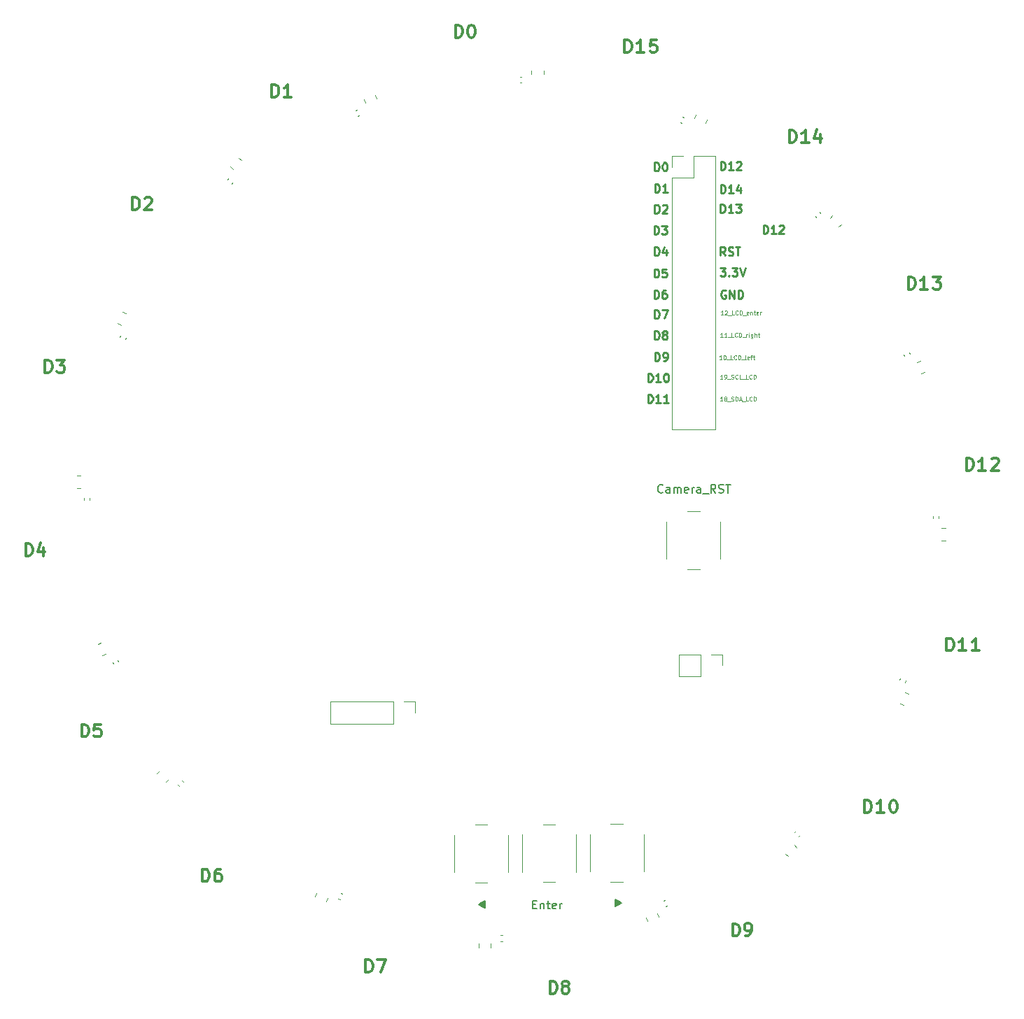
<source format=gbr>
%TF.GenerationSoftware,KiCad,Pcbnew,7.0.9*%
%TF.CreationDate,2024-12-16T17:29:33+09:00*%
%TF.ProjectId,IR_Bored_ESP32,49525f42-6f72-4656-945f-45535033322e,rev?*%
%TF.SameCoordinates,Original*%
%TF.FileFunction,Legend,Top*%
%TF.FilePolarity,Positive*%
%FSLAX46Y46*%
G04 Gerber Fmt 4.6, Leading zero omitted, Abs format (unit mm)*
G04 Created by KiCad (PCBNEW 7.0.9) date 2024-12-16 17:29:33*
%MOMM*%
%LPD*%
G01*
G04 APERTURE LIST*
%ADD10C,0.250000*%
%ADD11C,0.125000*%
%ADD12C,0.300000*%
%ADD13C,0.150000*%
%ADD14C,0.120000*%
G04 APERTURE END LIST*
D10*
X206040968Y-70349619D02*
X206040968Y-69349619D01*
X206040968Y-69349619D02*
X206279063Y-69349619D01*
X206279063Y-69349619D02*
X206421920Y-69397238D01*
X206421920Y-69397238D02*
X206517158Y-69492476D01*
X206517158Y-69492476D02*
X206564777Y-69587714D01*
X206564777Y-69587714D02*
X206612396Y-69778190D01*
X206612396Y-69778190D02*
X206612396Y-69921047D01*
X206612396Y-69921047D02*
X206564777Y-70111523D01*
X206564777Y-70111523D02*
X206517158Y-70206761D01*
X206517158Y-70206761D02*
X206421920Y-70302000D01*
X206421920Y-70302000D02*
X206279063Y-70349619D01*
X206279063Y-70349619D02*
X206040968Y-70349619D01*
X207564777Y-70349619D02*
X206993349Y-70349619D01*
X207279063Y-70349619D02*
X207279063Y-69349619D01*
X207279063Y-69349619D02*
X207183825Y-69492476D01*
X207183825Y-69492476D02*
X207088587Y-69587714D01*
X207088587Y-69587714D02*
X206993349Y-69635333D01*
X208183825Y-69349619D02*
X208279063Y-69349619D01*
X208279063Y-69349619D02*
X208374301Y-69397238D01*
X208374301Y-69397238D02*
X208421920Y-69444857D01*
X208421920Y-69444857D02*
X208469539Y-69540095D01*
X208469539Y-69540095D02*
X208517158Y-69730571D01*
X208517158Y-69730571D02*
X208517158Y-69968666D01*
X208517158Y-69968666D02*
X208469539Y-70159142D01*
X208469539Y-70159142D02*
X208421920Y-70254380D01*
X208421920Y-70254380D02*
X208374301Y-70302000D01*
X208374301Y-70302000D02*
X208279063Y-70349619D01*
X208279063Y-70349619D02*
X208183825Y-70349619D01*
X208183825Y-70349619D02*
X208088587Y-70302000D01*
X208088587Y-70302000D02*
X208040968Y-70254380D01*
X208040968Y-70254380D02*
X207993349Y-70159142D01*
X207993349Y-70159142D02*
X207945730Y-69968666D01*
X207945730Y-69968666D02*
X207945730Y-69730571D01*
X207945730Y-69730571D02*
X207993349Y-69540095D01*
X207993349Y-69540095D02*
X208040968Y-69444857D01*
X208040968Y-69444857D02*
X208088587Y-69397238D01*
X208088587Y-69397238D02*
X208183825Y-69349619D01*
X206777568Y-60265819D02*
X206777568Y-59265819D01*
X206777568Y-59265819D02*
X207015663Y-59265819D01*
X207015663Y-59265819D02*
X207158520Y-59313438D01*
X207158520Y-59313438D02*
X207253758Y-59408676D01*
X207253758Y-59408676D02*
X207301377Y-59503914D01*
X207301377Y-59503914D02*
X207348996Y-59694390D01*
X207348996Y-59694390D02*
X207348996Y-59837247D01*
X207348996Y-59837247D02*
X207301377Y-60027723D01*
X207301377Y-60027723D02*
X207253758Y-60122961D01*
X207253758Y-60122961D02*
X207158520Y-60218200D01*
X207158520Y-60218200D02*
X207015663Y-60265819D01*
X207015663Y-60265819D02*
X206777568Y-60265819D01*
X208206139Y-59265819D02*
X208015663Y-59265819D01*
X208015663Y-59265819D02*
X207920425Y-59313438D01*
X207920425Y-59313438D02*
X207872806Y-59361057D01*
X207872806Y-59361057D02*
X207777568Y-59503914D01*
X207777568Y-59503914D02*
X207729949Y-59694390D01*
X207729949Y-59694390D02*
X207729949Y-60075342D01*
X207729949Y-60075342D02*
X207777568Y-60170580D01*
X207777568Y-60170580D02*
X207825187Y-60218200D01*
X207825187Y-60218200D02*
X207920425Y-60265819D01*
X207920425Y-60265819D02*
X208110901Y-60265819D01*
X208110901Y-60265819D02*
X208206139Y-60218200D01*
X208206139Y-60218200D02*
X208253758Y-60170580D01*
X208253758Y-60170580D02*
X208301377Y-60075342D01*
X208301377Y-60075342D02*
X208301377Y-59837247D01*
X208301377Y-59837247D02*
X208253758Y-59742009D01*
X208253758Y-59742009D02*
X208206139Y-59694390D01*
X208206139Y-59694390D02*
X208110901Y-59646771D01*
X208110901Y-59646771D02*
X207920425Y-59646771D01*
X207920425Y-59646771D02*
X207825187Y-59694390D01*
X207825187Y-59694390D02*
X207777568Y-59742009D01*
X207777568Y-59742009D02*
X207729949Y-59837247D01*
D11*
X214966188Y-67648709D02*
X214680474Y-67648709D01*
X214823331Y-67648709D02*
X214823331Y-67148709D01*
X214823331Y-67148709D02*
X214775712Y-67220138D01*
X214775712Y-67220138D02*
X214728093Y-67267757D01*
X214728093Y-67267757D02*
X214680474Y-67291566D01*
X215275711Y-67148709D02*
X215323330Y-67148709D01*
X215323330Y-67148709D02*
X215370949Y-67172519D01*
X215370949Y-67172519D02*
X215394759Y-67196328D01*
X215394759Y-67196328D02*
X215418568Y-67243947D01*
X215418568Y-67243947D02*
X215442378Y-67339185D01*
X215442378Y-67339185D02*
X215442378Y-67458233D01*
X215442378Y-67458233D02*
X215418568Y-67553471D01*
X215418568Y-67553471D02*
X215394759Y-67601090D01*
X215394759Y-67601090D02*
X215370949Y-67624900D01*
X215370949Y-67624900D02*
X215323330Y-67648709D01*
X215323330Y-67648709D02*
X215275711Y-67648709D01*
X215275711Y-67648709D02*
X215228092Y-67624900D01*
X215228092Y-67624900D02*
X215204283Y-67601090D01*
X215204283Y-67601090D02*
X215180473Y-67553471D01*
X215180473Y-67553471D02*
X215156664Y-67458233D01*
X215156664Y-67458233D02*
X215156664Y-67339185D01*
X215156664Y-67339185D02*
X215180473Y-67243947D01*
X215180473Y-67243947D02*
X215204283Y-67196328D01*
X215204283Y-67196328D02*
X215228092Y-67172519D01*
X215228092Y-67172519D02*
X215275711Y-67148709D01*
X215537616Y-67696328D02*
X215918568Y-67696328D01*
X216275710Y-67648709D02*
X216037615Y-67648709D01*
X216037615Y-67648709D02*
X216037615Y-67148709D01*
X216728091Y-67601090D02*
X216704282Y-67624900D01*
X216704282Y-67624900D02*
X216632853Y-67648709D01*
X216632853Y-67648709D02*
X216585234Y-67648709D01*
X216585234Y-67648709D02*
X216513806Y-67624900D01*
X216513806Y-67624900D02*
X216466187Y-67577280D01*
X216466187Y-67577280D02*
X216442377Y-67529661D01*
X216442377Y-67529661D02*
X216418568Y-67434423D01*
X216418568Y-67434423D02*
X216418568Y-67362995D01*
X216418568Y-67362995D02*
X216442377Y-67267757D01*
X216442377Y-67267757D02*
X216466187Y-67220138D01*
X216466187Y-67220138D02*
X216513806Y-67172519D01*
X216513806Y-67172519D02*
X216585234Y-67148709D01*
X216585234Y-67148709D02*
X216632853Y-67148709D01*
X216632853Y-67148709D02*
X216704282Y-67172519D01*
X216704282Y-67172519D02*
X216728091Y-67196328D01*
X216942377Y-67648709D02*
X216942377Y-67148709D01*
X216942377Y-67148709D02*
X217061425Y-67148709D01*
X217061425Y-67148709D02*
X217132853Y-67172519D01*
X217132853Y-67172519D02*
X217180472Y-67220138D01*
X217180472Y-67220138D02*
X217204282Y-67267757D01*
X217204282Y-67267757D02*
X217228091Y-67362995D01*
X217228091Y-67362995D02*
X217228091Y-67434423D01*
X217228091Y-67434423D02*
X217204282Y-67529661D01*
X217204282Y-67529661D02*
X217180472Y-67577280D01*
X217180472Y-67577280D02*
X217132853Y-67624900D01*
X217132853Y-67624900D02*
X217061425Y-67648709D01*
X217061425Y-67648709D02*
X216942377Y-67648709D01*
X217323330Y-67696328D02*
X217704282Y-67696328D01*
X217894758Y-67648709D02*
X217847139Y-67624900D01*
X217847139Y-67624900D02*
X217823329Y-67577280D01*
X217823329Y-67577280D02*
X217823329Y-67148709D01*
X218275710Y-67624900D02*
X218228091Y-67648709D01*
X218228091Y-67648709D02*
X218132853Y-67648709D01*
X218132853Y-67648709D02*
X218085234Y-67624900D01*
X218085234Y-67624900D02*
X218061425Y-67577280D01*
X218061425Y-67577280D02*
X218061425Y-67386804D01*
X218061425Y-67386804D02*
X218085234Y-67339185D01*
X218085234Y-67339185D02*
X218132853Y-67315376D01*
X218132853Y-67315376D02*
X218228091Y-67315376D01*
X218228091Y-67315376D02*
X218275710Y-67339185D01*
X218275710Y-67339185D02*
X218299520Y-67386804D01*
X218299520Y-67386804D02*
X218299520Y-67434423D01*
X218299520Y-67434423D02*
X218061425Y-67482042D01*
X218442377Y-67315376D02*
X218632853Y-67315376D01*
X218513805Y-67648709D02*
X218513805Y-67220138D01*
X218513805Y-67220138D02*
X218537615Y-67172519D01*
X218537615Y-67172519D02*
X218585234Y-67148709D01*
X218585234Y-67148709D02*
X218632853Y-67148709D01*
X218728091Y-67315376D02*
X218918567Y-67315376D01*
X218799519Y-67148709D02*
X218799519Y-67577280D01*
X218799519Y-67577280D02*
X218823329Y-67624900D01*
X218823329Y-67624900D02*
X218870948Y-67648709D01*
X218870948Y-67648709D02*
X218918567Y-67648709D01*
D10*
X206828368Y-62678819D02*
X206828368Y-61678819D01*
X206828368Y-61678819D02*
X207066463Y-61678819D01*
X207066463Y-61678819D02*
X207209320Y-61726438D01*
X207209320Y-61726438D02*
X207304558Y-61821676D01*
X207304558Y-61821676D02*
X207352177Y-61916914D01*
X207352177Y-61916914D02*
X207399796Y-62107390D01*
X207399796Y-62107390D02*
X207399796Y-62250247D01*
X207399796Y-62250247D02*
X207352177Y-62440723D01*
X207352177Y-62440723D02*
X207304558Y-62535961D01*
X207304558Y-62535961D02*
X207209320Y-62631200D01*
X207209320Y-62631200D02*
X207066463Y-62678819D01*
X207066463Y-62678819D02*
X206828368Y-62678819D01*
X207733130Y-61678819D02*
X208399796Y-61678819D01*
X208399796Y-61678819D02*
X207971225Y-62678819D01*
X214803968Y-49877219D02*
X214803968Y-48877219D01*
X214803968Y-48877219D02*
X215042063Y-48877219D01*
X215042063Y-48877219D02*
X215184920Y-48924838D01*
X215184920Y-48924838D02*
X215280158Y-49020076D01*
X215280158Y-49020076D02*
X215327777Y-49115314D01*
X215327777Y-49115314D02*
X215375396Y-49305790D01*
X215375396Y-49305790D02*
X215375396Y-49448647D01*
X215375396Y-49448647D02*
X215327777Y-49639123D01*
X215327777Y-49639123D02*
X215280158Y-49734361D01*
X215280158Y-49734361D02*
X215184920Y-49829600D01*
X215184920Y-49829600D02*
X215042063Y-49877219D01*
X215042063Y-49877219D02*
X214803968Y-49877219D01*
X216327777Y-49877219D02*
X215756349Y-49877219D01*
X216042063Y-49877219D02*
X216042063Y-48877219D01*
X216042063Y-48877219D02*
X215946825Y-49020076D01*
X215946825Y-49020076D02*
X215851587Y-49115314D01*
X215851587Y-49115314D02*
X215756349Y-49162933D01*
X216661111Y-48877219D02*
X217280158Y-48877219D01*
X217280158Y-48877219D02*
X216946825Y-49258171D01*
X216946825Y-49258171D02*
X217089682Y-49258171D01*
X217089682Y-49258171D02*
X217184920Y-49305790D01*
X217184920Y-49305790D02*
X217232539Y-49353409D01*
X217232539Y-49353409D02*
X217280158Y-49448647D01*
X217280158Y-49448647D02*
X217280158Y-49686742D01*
X217280158Y-49686742D02*
X217232539Y-49781980D01*
X217232539Y-49781980D02*
X217184920Y-49829600D01*
X217184920Y-49829600D02*
X217089682Y-49877219D01*
X217089682Y-49877219D02*
X216803968Y-49877219D01*
X216803968Y-49877219D02*
X216708730Y-49829600D01*
X216708730Y-49829600D02*
X216661111Y-49781980D01*
X214829368Y-44695619D02*
X214829368Y-43695619D01*
X214829368Y-43695619D02*
X215067463Y-43695619D01*
X215067463Y-43695619D02*
X215210320Y-43743238D01*
X215210320Y-43743238D02*
X215305558Y-43838476D01*
X215305558Y-43838476D02*
X215353177Y-43933714D01*
X215353177Y-43933714D02*
X215400796Y-44124190D01*
X215400796Y-44124190D02*
X215400796Y-44267047D01*
X215400796Y-44267047D02*
X215353177Y-44457523D01*
X215353177Y-44457523D02*
X215305558Y-44552761D01*
X215305558Y-44552761D02*
X215210320Y-44648000D01*
X215210320Y-44648000D02*
X215067463Y-44695619D01*
X215067463Y-44695619D02*
X214829368Y-44695619D01*
X216353177Y-44695619D02*
X215781749Y-44695619D01*
X216067463Y-44695619D02*
X216067463Y-43695619D01*
X216067463Y-43695619D02*
X215972225Y-43838476D01*
X215972225Y-43838476D02*
X215876987Y-43933714D01*
X215876987Y-43933714D02*
X215781749Y-43981333D01*
X216734130Y-43790857D02*
X216781749Y-43743238D01*
X216781749Y-43743238D02*
X216876987Y-43695619D01*
X216876987Y-43695619D02*
X217115082Y-43695619D01*
X217115082Y-43695619D02*
X217210320Y-43743238D01*
X217210320Y-43743238D02*
X217257939Y-43790857D01*
X217257939Y-43790857D02*
X217305558Y-43886095D01*
X217305558Y-43886095D02*
X217305558Y-43981333D01*
X217305558Y-43981333D02*
X217257939Y-44124190D01*
X217257939Y-44124190D02*
X216686511Y-44695619D01*
X216686511Y-44695619D02*
X217305558Y-44695619D01*
X206828368Y-55058819D02*
X206828368Y-54058819D01*
X206828368Y-54058819D02*
X207066463Y-54058819D01*
X207066463Y-54058819D02*
X207209320Y-54106438D01*
X207209320Y-54106438D02*
X207304558Y-54201676D01*
X207304558Y-54201676D02*
X207352177Y-54296914D01*
X207352177Y-54296914D02*
X207399796Y-54487390D01*
X207399796Y-54487390D02*
X207399796Y-54630247D01*
X207399796Y-54630247D02*
X207352177Y-54820723D01*
X207352177Y-54820723D02*
X207304558Y-54915961D01*
X207304558Y-54915961D02*
X207209320Y-55011200D01*
X207209320Y-55011200D02*
X207066463Y-55058819D01*
X207066463Y-55058819D02*
X206828368Y-55058819D01*
X208256939Y-54392152D02*
X208256939Y-55058819D01*
X208018844Y-54011200D02*
X207780749Y-54725485D01*
X207780749Y-54725485D02*
X208399796Y-54725485D01*
D11*
X215067788Y-70010909D02*
X214782074Y-70010909D01*
X214924931Y-70010909D02*
X214924931Y-69510909D01*
X214924931Y-69510909D02*
X214877312Y-69582338D01*
X214877312Y-69582338D02*
X214829693Y-69629957D01*
X214829693Y-69629957D02*
X214782074Y-69653766D01*
X215305883Y-70010909D02*
X215401121Y-70010909D01*
X215401121Y-70010909D02*
X215448740Y-69987100D01*
X215448740Y-69987100D02*
X215472549Y-69963290D01*
X215472549Y-69963290D02*
X215520168Y-69891861D01*
X215520168Y-69891861D02*
X215543978Y-69796623D01*
X215543978Y-69796623D02*
X215543978Y-69606147D01*
X215543978Y-69606147D02*
X215520168Y-69558528D01*
X215520168Y-69558528D02*
X215496359Y-69534719D01*
X215496359Y-69534719D02*
X215448740Y-69510909D01*
X215448740Y-69510909D02*
X215353502Y-69510909D01*
X215353502Y-69510909D02*
X215305883Y-69534719D01*
X215305883Y-69534719D02*
X215282073Y-69558528D01*
X215282073Y-69558528D02*
X215258264Y-69606147D01*
X215258264Y-69606147D02*
X215258264Y-69725195D01*
X215258264Y-69725195D02*
X215282073Y-69772814D01*
X215282073Y-69772814D02*
X215305883Y-69796623D01*
X215305883Y-69796623D02*
X215353502Y-69820433D01*
X215353502Y-69820433D02*
X215448740Y-69820433D01*
X215448740Y-69820433D02*
X215496359Y-69796623D01*
X215496359Y-69796623D02*
X215520168Y-69772814D01*
X215520168Y-69772814D02*
X215543978Y-69725195D01*
X215639216Y-70058528D02*
X216020168Y-70058528D01*
X216115406Y-69987100D02*
X216186834Y-70010909D01*
X216186834Y-70010909D02*
X216305882Y-70010909D01*
X216305882Y-70010909D02*
X216353501Y-69987100D01*
X216353501Y-69987100D02*
X216377310Y-69963290D01*
X216377310Y-69963290D02*
X216401120Y-69915671D01*
X216401120Y-69915671D02*
X216401120Y-69868052D01*
X216401120Y-69868052D02*
X216377310Y-69820433D01*
X216377310Y-69820433D02*
X216353501Y-69796623D01*
X216353501Y-69796623D02*
X216305882Y-69772814D01*
X216305882Y-69772814D02*
X216210644Y-69749004D01*
X216210644Y-69749004D02*
X216163025Y-69725195D01*
X216163025Y-69725195D02*
X216139215Y-69701385D01*
X216139215Y-69701385D02*
X216115406Y-69653766D01*
X216115406Y-69653766D02*
X216115406Y-69606147D01*
X216115406Y-69606147D02*
X216139215Y-69558528D01*
X216139215Y-69558528D02*
X216163025Y-69534719D01*
X216163025Y-69534719D02*
X216210644Y-69510909D01*
X216210644Y-69510909D02*
X216329691Y-69510909D01*
X216329691Y-69510909D02*
X216401120Y-69534719D01*
X216901119Y-69963290D02*
X216877310Y-69987100D01*
X216877310Y-69987100D02*
X216805881Y-70010909D01*
X216805881Y-70010909D02*
X216758262Y-70010909D01*
X216758262Y-70010909D02*
X216686834Y-69987100D01*
X216686834Y-69987100D02*
X216639215Y-69939480D01*
X216639215Y-69939480D02*
X216615405Y-69891861D01*
X216615405Y-69891861D02*
X216591596Y-69796623D01*
X216591596Y-69796623D02*
X216591596Y-69725195D01*
X216591596Y-69725195D02*
X216615405Y-69629957D01*
X216615405Y-69629957D02*
X216639215Y-69582338D01*
X216639215Y-69582338D02*
X216686834Y-69534719D01*
X216686834Y-69534719D02*
X216758262Y-69510909D01*
X216758262Y-69510909D02*
X216805881Y-69510909D01*
X216805881Y-69510909D02*
X216877310Y-69534719D01*
X216877310Y-69534719D02*
X216901119Y-69558528D01*
X217353500Y-70010909D02*
X217115405Y-70010909D01*
X217115405Y-70010909D02*
X217115405Y-69510909D01*
X217401120Y-70058528D02*
X217782072Y-70058528D01*
X218139214Y-70010909D02*
X217901119Y-70010909D01*
X217901119Y-70010909D02*
X217901119Y-69510909D01*
X218591595Y-69963290D02*
X218567786Y-69987100D01*
X218567786Y-69987100D02*
X218496357Y-70010909D01*
X218496357Y-70010909D02*
X218448738Y-70010909D01*
X218448738Y-70010909D02*
X218377310Y-69987100D01*
X218377310Y-69987100D02*
X218329691Y-69939480D01*
X218329691Y-69939480D02*
X218305881Y-69891861D01*
X218305881Y-69891861D02*
X218282072Y-69796623D01*
X218282072Y-69796623D02*
X218282072Y-69725195D01*
X218282072Y-69725195D02*
X218305881Y-69629957D01*
X218305881Y-69629957D02*
X218329691Y-69582338D01*
X218329691Y-69582338D02*
X218377310Y-69534719D01*
X218377310Y-69534719D02*
X218448738Y-69510909D01*
X218448738Y-69510909D02*
X218496357Y-69510909D01*
X218496357Y-69510909D02*
X218567786Y-69534719D01*
X218567786Y-69534719D02*
X218591595Y-69558528D01*
X218805881Y-70010909D02*
X218805881Y-69510909D01*
X218805881Y-69510909D02*
X218924929Y-69510909D01*
X218924929Y-69510909D02*
X218996357Y-69534719D01*
X218996357Y-69534719D02*
X219043976Y-69582338D01*
X219043976Y-69582338D02*
X219067786Y-69629957D01*
X219067786Y-69629957D02*
X219091595Y-69725195D01*
X219091595Y-69725195D02*
X219091595Y-69796623D01*
X219091595Y-69796623D02*
X219067786Y-69891861D01*
X219067786Y-69891861D02*
X219043976Y-69939480D01*
X219043976Y-69939480D02*
X218996357Y-69987100D01*
X218996357Y-69987100D02*
X218924929Y-70010909D01*
X218924929Y-70010909D02*
X218805881Y-70010909D01*
D10*
X206853768Y-49928019D02*
X206853768Y-48928019D01*
X206853768Y-48928019D02*
X207091863Y-48928019D01*
X207091863Y-48928019D02*
X207234720Y-48975638D01*
X207234720Y-48975638D02*
X207329958Y-49070876D01*
X207329958Y-49070876D02*
X207377577Y-49166114D01*
X207377577Y-49166114D02*
X207425196Y-49356590D01*
X207425196Y-49356590D02*
X207425196Y-49499447D01*
X207425196Y-49499447D02*
X207377577Y-49689923D01*
X207377577Y-49689923D02*
X207329958Y-49785161D01*
X207329958Y-49785161D02*
X207234720Y-49880400D01*
X207234720Y-49880400D02*
X207091863Y-49928019D01*
X207091863Y-49928019D02*
X206853768Y-49928019D01*
X207806149Y-49023257D02*
X207853768Y-48975638D01*
X207853768Y-48975638D02*
X207949006Y-48928019D01*
X207949006Y-48928019D02*
X208187101Y-48928019D01*
X208187101Y-48928019D02*
X208282339Y-48975638D01*
X208282339Y-48975638D02*
X208329958Y-49023257D01*
X208329958Y-49023257D02*
X208377577Y-49118495D01*
X208377577Y-49118495D02*
X208377577Y-49213733D01*
X208377577Y-49213733D02*
X208329958Y-49356590D01*
X208329958Y-49356590D02*
X207758530Y-49928019D01*
X207758530Y-49928019D02*
X208377577Y-49928019D01*
X206777568Y-57700419D02*
X206777568Y-56700419D01*
X206777568Y-56700419D02*
X207015663Y-56700419D01*
X207015663Y-56700419D02*
X207158520Y-56748038D01*
X207158520Y-56748038D02*
X207253758Y-56843276D01*
X207253758Y-56843276D02*
X207301377Y-56938514D01*
X207301377Y-56938514D02*
X207348996Y-57128990D01*
X207348996Y-57128990D02*
X207348996Y-57271847D01*
X207348996Y-57271847D02*
X207301377Y-57462323D01*
X207301377Y-57462323D02*
X207253758Y-57557561D01*
X207253758Y-57557561D02*
X207158520Y-57652800D01*
X207158520Y-57652800D02*
X207015663Y-57700419D01*
X207015663Y-57700419D02*
X206777568Y-57700419D01*
X208253758Y-56700419D02*
X207777568Y-56700419D01*
X207777568Y-56700419D02*
X207729949Y-57176609D01*
X207729949Y-57176609D02*
X207777568Y-57128990D01*
X207777568Y-57128990D02*
X207872806Y-57081371D01*
X207872806Y-57081371D02*
X208110901Y-57081371D01*
X208110901Y-57081371D02*
X208206139Y-57128990D01*
X208206139Y-57128990D02*
X208253758Y-57176609D01*
X208253758Y-57176609D02*
X208301377Y-57271847D01*
X208301377Y-57271847D02*
X208301377Y-57509942D01*
X208301377Y-57509942D02*
X208253758Y-57605180D01*
X208253758Y-57605180D02*
X208206139Y-57652800D01*
X208206139Y-57652800D02*
X208110901Y-57700419D01*
X208110901Y-57700419D02*
X207872806Y-57700419D01*
X207872806Y-57700419D02*
X207777568Y-57652800D01*
X207777568Y-57652800D02*
X207729949Y-57605180D01*
X214829368Y-47515019D02*
X214829368Y-46515019D01*
X214829368Y-46515019D02*
X215067463Y-46515019D01*
X215067463Y-46515019D02*
X215210320Y-46562638D01*
X215210320Y-46562638D02*
X215305558Y-46657876D01*
X215305558Y-46657876D02*
X215353177Y-46753114D01*
X215353177Y-46753114D02*
X215400796Y-46943590D01*
X215400796Y-46943590D02*
X215400796Y-47086447D01*
X215400796Y-47086447D02*
X215353177Y-47276923D01*
X215353177Y-47276923D02*
X215305558Y-47372161D01*
X215305558Y-47372161D02*
X215210320Y-47467400D01*
X215210320Y-47467400D02*
X215067463Y-47515019D01*
X215067463Y-47515019D02*
X214829368Y-47515019D01*
X216353177Y-47515019D02*
X215781749Y-47515019D01*
X216067463Y-47515019D02*
X216067463Y-46515019D01*
X216067463Y-46515019D02*
X215972225Y-46657876D01*
X215972225Y-46657876D02*
X215876987Y-46753114D01*
X215876987Y-46753114D02*
X215781749Y-46800733D01*
X217210320Y-46848352D02*
X217210320Y-47515019D01*
X216972225Y-46467400D02*
X216734130Y-47181685D01*
X216734130Y-47181685D02*
X217353177Y-47181685D01*
D11*
X215093188Y-64930909D02*
X214807474Y-64930909D01*
X214950331Y-64930909D02*
X214950331Y-64430909D01*
X214950331Y-64430909D02*
X214902712Y-64502338D01*
X214902712Y-64502338D02*
X214855093Y-64549957D01*
X214855093Y-64549957D02*
X214807474Y-64573766D01*
X215569378Y-64930909D02*
X215283664Y-64930909D01*
X215426521Y-64930909D02*
X215426521Y-64430909D01*
X215426521Y-64430909D02*
X215378902Y-64502338D01*
X215378902Y-64502338D02*
X215331283Y-64549957D01*
X215331283Y-64549957D02*
X215283664Y-64573766D01*
X215664616Y-64978528D02*
X216045568Y-64978528D01*
X216402710Y-64930909D02*
X216164615Y-64930909D01*
X216164615Y-64930909D02*
X216164615Y-64430909D01*
X216855091Y-64883290D02*
X216831282Y-64907100D01*
X216831282Y-64907100D02*
X216759853Y-64930909D01*
X216759853Y-64930909D02*
X216712234Y-64930909D01*
X216712234Y-64930909D02*
X216640806Y-64907100D01*
X216640806Y-64907100D02*
X216593187Y-64859480D01*
X216593187Y-64859480D02*
X216569377Y-64811861D01*
X216569377Y-64811861D02*
X216545568Y-64716623D01*
X216545568Y-64716623D02*
X216545568Y-64645195D01*
X216545568Y-64645195D02*
X216569377Y-64549957D01*
X216569377Y-64549957D02*
X216593187Y-64502338D01*
X216593187Y-64502338D02*
X216640806Y-64454719D01*
X216640806Y-64454719D02*
X216712234Y-64430909D01*
X216712234Y-64430909D02*
X216759853Y-64430909D01*
X216759853Y-64430909D02*
X216831282Y-64454719D01*
X216831282Y-64454719D02*
X216855091Y-64478528D01*
X217069377Y-64930909D02*
X217069377Y-64430909D01*
X217069377Y-64430909D02*
X217188425Y-64430909D01*
X217188425Y-64430909D02*
X217259853Y-64454719D01*
X217259853Y-64454719D02*
X217307472Y-64502338D01*
X217307472Y-64502338D02*
X217331282Y-64549957D01*
X217331282Y-64549957D02*
X217355091Y-64645195D01*
X217355091Y-64645195D02*
X217355091Y-64716623D01*
X217355091Y-64716623D02*
X217331282Y-64811861D01*
X217331282Y-64811861D02*
X217307472Y-64859480D01*
X217307472Y-64859480D02*
X217259853Y-64907100D01*
X217259853Y-64907100D02*
X217188425Y-64930909D01*
X217188425Y-64930909D02*
X217069377Y-64930909D01*
X217450330Y-64978528D02*
X217831282Y-64978528D01*
X217950329Y-64930909D02*
X217950329Y-64597576D01*
X217950329Y-64692814D02*
X217974139Y-64645195D01*
X217974139Y-64645195D02*
X217997948Y-64621385D01*
X217997948Y-64621385D02*
X218045567Y-64597576D01*
X218045567Y-64597576D02*
X218093186Y-64597576D01*
X218259853Y-64930909D02*
X218259853Y-64597576D01*
X218259853Y-64430909D02*
X218236044Y-64454719D01*
X218236044Y-64454719D02*
X218259853Y-64478528D01*
X218259853Y-64478528D02*
X218283663Y-64454719D01*
X218283663Y-64454719D02*
X218259853Y-64430909D01*
X218259853Y-64430909D02*
X218259853Y-64478528D01*
X218712234Y-64597576D02*
X218712234Y-65002338D01*
X218712234Y-65002338D02*
X218688424Y-65049957D01*
X218688424Y-65049957D02*
X218664615Y-65073766D01*
X218664615Y-65073766D02*
X218616996Y-65097576D01*
X218616996Y-65097576D02*
X218545567Y-65097576D01*
X218545567Y-65097576D02*
X218497948Y-65073766D01*
X218712234Y-64907100D02*
X218664615Y-64930909D01*
X218664615Y-64930909D02*
X218569377Y-64930909D01*
X218569377Y-64930909D02*
X218521758Y-64907100D01*
X218521758Y-64907100D02*
X218497948Y-64883290D01*
X218497948Y-64883290D02*
X218474139Y-64835671D01*
X218474139Y-64835671D02*
X218474139Y-64692814D01*
X218474139Y-64692814D02*
X218497948Y-64645195D01*
X218497948Y-64645195D02*
X218521758Y-64621385D01*
X218521758Y-64621385D02*
X218569377Y-64597576D01*
X218569377Y-64597576D02*
X218664615Y-64597576D01*
X218664615Y-64597576D02*
X218712234Y-64621385D01*
X218950329Y-64930909D02*
X218950329Y-64430909D01*
X219164615Y-64930909D02*
X219164615Y-64669004D01*
X219164615Y-64669004D02*
X219140805Y-64621385D01*
X219140805Y-64621385D02*
X219093186Y-64597576D01*
X219093186Y-64597576D02*
X219021758Y-64597576D01*
X219021758Y-64597576D02*
X218974139Y-64621385D01*
X218974139Y-64621385D02*
X218950329Y-64645195D01*
X219331282Y-64597576D02*
X219521758Y-64597576D01*
X219402710Y-64430909D02*
X219402710Y-64859480D01*
X219402710Y-64859480D02*
X219426520Y-64907100D01*
X219426520Y-64907100D02*
X219474139Y-64930909D01*
X219474139Y-64930909D02*
X219521758Y-64930909D01*
D10*
X215375396Y-55058819D02*
X215042063Y-54582628D01*
X214803968Y-55058819D02*
X214803968Y-54058819D01*
X214803968Y-54058819D02*
X215184920Y-54058819D01*
X215184920Y-54058819D02*
X215280158Y-54106438D01*
X215280158Y-54106438D02*
X215327777Y-54154057D01*
X215327777Y-54154057D02*
X215375396Y-54249295D01*
X215375396Y-54249295D02*
X215375396Y-54392152D01*
X215375396Y-54392152D02*
X215327777Y-54487390D01*
X215327777Y-54487390D02*
X215280158Y-54535009D01*
X215280158Y-54535009D02*
X215184920Y-54582628D01*
X215184920Y-54582628D02*
X214803968Y-54582628D01*
X215756349Y-55011200D02*
X215899206Y-55058819D01*
X215899206Y-55058819D02*
X216137301Y-55058819D01*
X216137301Y-55058819D02*
X216232539Y-55011200D01*
X216232539Y-55011200D02*
X216280158Y-54963580D01*
X216280158Y-54963580D02*
X216327777Y-54868342D01*
X216327777Y-54868342D02*
X216327777Y-54773104D01*
X216327777Y-54773104D02*
X216280158Y-54677866D01*
X216280158Y-54677866D02*
X216232539Y-54630247D01*
X216232539Y-54630247D02*
X216137301Y-54582628D01*
X216137301Y-54582628D02*
X215946825Y-54535009D01*
X215946825Y-54535009D02*
X215851587Y-54487390D01*
X215851587Y-54487390D02*
X215803968Y-54439771D01*
X215803968Y-54439771D02*
X215756349Y-54344533D01*
X215756349Y-54344533D02*
X215756349Y-54249295D01*
X215756349Y-54249295D02*
X215803968Y-54154057D01*
X215803968Y-54154057D02*
X215851587Y-54106438D01*
X215851587Y-54106438D02*
X215946825Y-54058819D01*
X215946825Y-54058819D02*
X216184920Y-54058819D01*
X216184920Y-54058819D02*
X216327777Y-54106438D01*
X216613492Y-54058819D02*
X217184920Y-54058819D01*
X216899206Y-55058819D02*
X216899206Y-54058819D01*
X206879168Y-67809619D02*
X206879168Y-66809619D01*
X206879168Y-66809619D02*
X207117263Y-66809619D01*
X207117263Y-66809619D02*
X207260120Y-66857238D01*
X207260120Y-66857238D02*
X207355358Y-66952476D01*
X207355358Y-66952476D02*
X207402977Y-67047714D01*
X207402977Y-67047714D02*
X207450596Y-67238190D01*
X207450596Y-67238190D02*
X207450596Y-67381047D01*
X207450596Y-67381047D02*
X207402977Y-67571523D01*
X207402977Y-67571523D02*
X207355358Y-67666761D01*
X207355358Y-67666761D02*
X207260120Y-67762000D01*
X207260120Y-67762000D02*
X207117263Y-67809619D01*
X207117263Y-67809619D02*
X206879168Y-67809619D01*
X207926787Y-67809619D02*
X208117263Y-67809619D01*
X208117263Y-67809619D02*
X208212501Y-67762000D01*
X208212501Y-67762000D02*
X208260120Y-67714380D01*
X208260120Y-67714380D02*
X208355358Y-67571523D01*
X208355358Y-67571523D02*
X208402977Y-67381047D01*
X208402977Y-67381047D02*
X208402977Y-67000095D01*
X208402977Y-67000095D02*
X208355358Y-66904857D01*
X208355358Y-66904857D02*
X208307739Y-66857238D01*
X208307739Y-66857238D02*
X208212501Y-66809619D01*
X208212501Y-66809619D02*
X208022025Y-66809619D01*
X208022025Y-66809619D02*
X207926787Y-66857238D01*
X207926787Y-66857238D02*
X207879168Y-66904857D01*
X207879168Y-66904857D02*
X207831549Y-67000095D01*
X207831549Y-67000095D02*
X207831549Y-67238190D01*
X207831549Y-67238190D02*
X207879168Y-67333428D01*
X207879168Y-67333428D02*
X207926787Y-67381047D01*
X207926787Y-67381047D02*
X208022025Y-67428666D01*
X208022025Y-67428666D02*
X208212501Y-67428666D01*
X208212501Y-67428666D02*
X208307739Y-67381047D01*
X208307739Y-67381047D02*
X208355358Y-67333428D01*
X208355358Y-67333428D02*
X208402977Y-67238190D01*
X215429377Y-59313438D02*
X215334139Y-59265819D01*
X215334139Y-59265819D02*
X215191282Y-59265819D01*
X215191282Y-59265819D02*
X215048425Y-59313438D01*
X215048425Y-59313438D02*
X214953187Y-59408676D01*
X214953187Y-59408676D02*
X214905568Y-59503914D01*
X214905568Y-59503914D02*
X214857949Y-59694390D01*
X214857949Y-59694390D02*
X214857949Y-59837247D01*
X214857949Y-59837247D02*
X214905568Y-60027723D01*
X214905568Y-60027723D02*
X214953187Y-60122961D01*
X214953187Y-60122961D02*
X215048425Y-60218200D01*
X215048425Y-60218200D02*
X215191282Y-60265819D01*
X215191282Y-60265819D02*
X215286520Y-60265819D01*
X215286520Y-60265819D02*
X215429377Y-60218200D01*
X215429377Y-60218200D02*
X215476996Y-60170580D01*
X215476996Y-60170580D02*
X215476996Y-59837247D01*
X215476996Y-59837247D02*
X215286520Y-59837247D01*
X215905568Y-60265819D02*
X215905568Y-59265819D01*
X215905568Y-59265819D02*
X216476996Y-60265819D01*
X216476996Y-60265819D02*
X216476996Y-59265819D01*
X216953187Y-60265819D02*
X216953187Y-59265819D01*
X216953187Y-59265819D02*
X217191282Y-59265819D01*
X217191282Y-59265819D02*
X217334139Y-59313438D01*
X217334139Y-59313438D02*
X217429377Y-59408676D01*
X217429377Y-59408676D02*
X217476996Y-59503914D01*
X217476996Y-59503914D02*
X217524615Y-59694390D01*
X217524615Y-59694390D02*
X217524615Y-59837247D01*
X217524615Y-59837247D02*
X217476996Y-60027723D01*
X217476996Y-60027723D02*
X217429377Y-60122961D01*
X217429377Y-60122961D02*
X217334139Y-60218200D01*
X217334139Y-60218200D02*
X217191282Y-60265819D01*
X217191282Y-60265819D02*
X216953187Y-60265819D01*
X214784930Y-56573419D02*
X215403977Y-56573419D01*
X215403977Y-56573419D02*
X215070644Y-56954371D01*
X215070644Y-56954371D02*
X215213501Y-56954371D01*
X215213501Y-56954371D02*
X215308739Y-57001990D01*
X215308739Y-57001990D02*
X215356358Y-57049609D01*
X215356358Y-57049609D02*
X215403977Y-57144847D01*
X215403977Y-57144847D02*
X215403977Y-57382942D01*
X215403977Y-57382942D02*
X215356358Y-57478180D01*
X215356358Y-57478180D02*
X215308739Y-57525800D01*
X215308739Y-57525800D02*
X215213501Y-57573419D01*
X215213501Y-57573419D02*
X214927787Y-57573419D01*
X214927787Y-57573419D02*
X214832549Y-57525800D01*
X214832549Y-57525800D02*
X214784930Y-57478180D01*
X215832549Y-57478180D02*
X215880168Y-57525800D01*
X215880168Y-57525800D02*
X215832549Y-57573419D01*
X215832549Y-57573419D02*
X215784930Y-57525800D01*
X215784930Y-57525800D02*
X215832549Y-57478180D01*
X215832549Y-57478180D02*
X215832549Y-57573419D01*
X216213501Y-56573419D02*
X216832548Y-56573419D01*
X216832548Y-56573419D02*
X216499215Y-56954371D01*
X216499215Y-56954371D02*
X216642072Y-56954371D01*
X216642072Y-56954371D02*
X216737310Y-57001990D01*
X216737310Y-57001990D02*
X216784929Y-57049609D01*
X216784929Y-57049609D02*
X216832548Y-57144847D01*
X216832548Y-57144847D02*
X216832548Y-57382942D01*
X216832548Y-57382942D02*
X216784929Y-57478180D01*
X216784929Y-57478180D02*
X216737310Y-57525800D01*
X216737310Y-57525800D02*
X216642072Y-57573419D01*
X216642072Y-57573419D02*
X216356358Y-57573419D01*
X216356358Y-57573419D02*
X216261120Y-57525800D01*
X216261120Y-57525800D02*
X216213501Y-57478180D01*
X217118263Y-56573419D02*
X217451596Y-57573419D01*
X217451596Y-57573419D02*
X217784929Y-56573419D01*
D11*
X215143988Y-62238509D02*
X214858274Y-62238509D01*
X215001131Y-62238509D02*
X215001131Y-61738509D01*
X215001131Y-61738509D02*
X214953512Y-61809938D01*
X214953512Y-61809938D02*
X214905893Y-61857557D01*
X214905893Y-61857557D02*
X214858274Y-61881366D01*
X215334464Y-61786128D02*
X215358273Y-61762319D01*
X215358273Y-61762319D02*
X215405892Y-61738509D01*
X215405892Y-61738509D02*
X215524940Y-61738509D01*
X215524940Y-61738509D02*
X215572559Y-61762319D01*
X215572559Y-61762319D02*
X215596368Y-61786128D01*
X215596368Y-61786128D02*
X215620178Y-61833747D01*
X215620178Y-61833747D02*
X215620178Y-61881366D01*
X215620178Y-61881366D02*
X215596368Y-61952795D01*
X215596368Y-61952795D02*
X215310654Y-62238509D01*
X215310654Y-62238509D02*
X215620178Y-62238509D01*
X215715416Y-62286128D02*
X216096368Y-62286128D01*
X216453510Y-62238509D02*
X216215415Y-62238509D01*
X216215415Y-62238509D02*
X216215415Y-61738509D01*
X216905891Y-62190890D02*
X216882082Y-62214700D01*
X216882082Y-62214700D02*
X216810653Y-62238509D01*
X216810653Y-62238509D02*
X216763034Y-62238509D01*
X216763034Y-62238509D02*
X216691606Y-62214700D01*
X216691606Y-62214700D02*
X216643987Y-62167080D01*
X216643987Y-62167080D02*
X216620177Y-62119461D01*
X216620177Y-62119461D02*
X216596368Y-62024223D01*
X216596368Y-62024223D02*
X216596368Y-61952795D01*
X216596368Y-61952795D02*
X216620177Y-61857557D01*
X216620177Y-61857557D02*
X216643987Y-61809938D01*
X216643987Y-61809938D02*
X216691606Y-61762319D01*
X216691606Y-61762319D02*
X216763034Y-61738509D01*
X216763034Y-61738509D02*
X216810653Y-61738509D01*
X216810653Y-61738509D02*
X216882082Y-61762319D01*
X216882082Y-61762319D02*
X216905891Y-61786128D01*
X217120177Y-62238509D02*
X217120177Y-61738509D01*
X217120177Y-61738509D02*
X217239225Y-61738509D01*
X217239225Y-61738509D02*
X217310653Y-61762319D01*
X217310653Y-61762319D02*
X217358272Y-61809938D01*
X217358272Y-61809938D02*
X217382082Y-61857557D01*
X217382082Y-61857557D02*
X217405891Y-61952795D01*
X217405891Y-61952795D02*
X217405891Y-62024223D01*
X217405891Y-62024223D02*
X217382082Y-62119461D01*
X217382082Y-62119461D02*
X217358272Y-62167080D01*
X217358272Y-62167080D02*
X217310653Y-62214700D01*
X217310653Y-62214700D02*
X217239225Y-62238509D01*
X217239225Y-62238509D02*
X217120177Y-62238509D01*
X217501130Y-62286128D02*
X217882082Y-62286128D01*
X218191605Y-62214700D02*
X218143986Y-62238509D01*
X218143986Y-62238509D02*
X218048748Y-62238509D01*
X218048748Y-62238509D02*
X218001129Y-62214700D01*
X218001129Y-62214700D02*
X217977320Y-62167080D01*
X217977320Y-62167080D02*
X217977320Y-61976604D01*
X217977320Y-61976604D02*
X218001129Y-61928985D01*
X218001129Y-61928985D02*
X218048748Y-61905176D01*
X218048748Y-61905176D02*
X218143986Y-61905176D01*
X218143986Y-61905176D02*
X218191605Y-61928985D01*
X218191605Y-61928985D02*
X218215415Y-61976604D01*
X218215415Y-61976604D02*
X218215415Y-62024223D01*
X218215415Y-62024223D02*
X217977320Y-62071842D01*
X218429700Y-61905176D02*
X218429700Y-62238509D01*
X218429700Y-61952795D02*
X218453510Y-61928985D01*
X218453510Y-61928985D02*
X218501129Y-61905176D01*
X218501129Y-61905176D02*
X218572557Y-61905176D01*
X218572557Y-61905176D02*
X218620176Y-61928985D01*
X218620176Y-61928985D02*
X218643986Y-61976604D01*
X218643986Y-61976604D02*
X218643986Y-62238509D01*
X218810653Y-61905176D02*
X219001129Y-61905176D01*
X218882081Y-61738509D02*
X218882081Y-62167080D01*
X218882081Y-62167080D02*
X218905891Y-62214700D01*
X218905891Y-62214700D02*
X218953510Y-62238509D01*
X218953510Y-62238509D02*
X219001129Y-62238509D01*
X219358271Y-62214700D02*
X219310652Y-62238509D01*
X219310652Y-62238509D02*
X219215414Y-62238509D01*
X219215414Y-62238509D02*
X219167795Y-62214700D01*
X219167795Y-62214700D02*
X219143986Y-62167080D01*
X219143986Y-62167080D02*
X219143986Y-61976604D01*
X219143986Y-61976604D02*
X219167795Y-61928985D01*
X219167795Y-61928985D02*
X219215414Y-61905176D01*
X219215414Y-61905176D02*
X219310652Y-61905176D01*
X219310652Y-61905176D02*
X219358271Y-61928985D01*
X219358271Y-61928985D02*
X219382081Y-61976604D01*
X219382081Y-61976604D02*
X219382081Y-62024223D01*
X219382081Y-62024223D02*
X219143986Y-62071842D01*
X219596366Y-62238509D02*
X219596366Y-61905176D01*
X219596366Y-62000414D02*
X219620176Y-61952795D01*
X219620176Y-61952795D02*
X219643985Y-61928985D01*
X219643985Y-61928985D02*
X219691604Y-61905176D01*
X219691604Y-61905176D02*
X219739223Y-61905176D01*
D10*
X206828368Y-44822619D02*
X206828368Y-43822619D01*
X206828368Y-43822619D02*
X207066463Y-43822619D01*
X207066463Y-43822619D02*
X207209320Y-43870238D01*
X207209320Y-43870238D02*
X207304558Y-43965476D01*
X207304558Y-43965476D02*
X207352177Y-44060714D01*
X207352177Y-44060714D02*
X207399796Y-44251190D01*
X207399796Y-44251190D02*
X207399796Y-44394047D01*
X207399796Y-44394047D02*
X207352177Y-44584523D01*
X207352177Y-44584523D02*
X207304558Y-44679761D01*
X207304558Y-44679761D02*
X207209320Y-44775000D01*
X207209320Y-44775000D02*
X207066463Y-44822619D01*
X207066463Y-44822619D02*
X206828368Y-44822619D01*
X208018844Y-43822619D02*
X208114082Y-43822619D01*
X208114082Y-43822619D02*
X208209320Y-43870238D01*
X208209320Y-43870238D02*
X208256939Y-43917857D01*
X208256939Y-43917857D02*
X208304558Y-44013095D01*
X208304558Y-44013095D02*
X208352177Y-44203571D01*
X208352177Y-44203571D02*
X208352177Y-44441666D01*
X208352177Y-44441666D02*
X208304558Y-44632142D01*
X208304558Y-44632142D02*
X208256939Y-44727380D01*
X208256939Y-44727380D02*
X208209320Y-44775000D01*
X208209320Y-44775000D02*
X208114082Y-44822619D01*
X208114082Y-44822619D02*
X208018844Y-44822619D01*
X208018844Y-44822619D02*
X207923606Y-44775000D01*
X207923606Y-44775000D02*
X207875987Y-44727380D01*
X207875987Y-44727380D02*
X207828368Y-44632142D01*
X207828368Y-44632142D02*
X207780749Y-44441666D01*
X207780749Y-44441666D02*
X207780749Y-44203571D01*
X207780749Y-44203571D02*
X207828368Y-44013095D01*
X207828368Y-44013095D02*
X207875987Y-43917857D01*
X207875987Y-43917857D02*
X207923606Y-43870238D01*
X207923606Y-43870238D02*
X208018844Y-43822619D01*
D11*
X215067788Y-72677909D02*
X214782074Y-72677909D01*
X214924931Y-72677909D02*
X214924931Y-72177909D01*
X214924931Y-72177909D02*
X214877312Y-72249338D01*
X214877312Y-72249338D02*
X214829693Y-72296957D01*
X214829693Y-72296957D02*
X214782074Y-72320766D01*
X215353502Y-72392195D02*
X215305883Y-72368385D01*
X215305883Y-72368385D02*
X215282073Y-72344576D01*
X215282073Y-72344576D02*
X215258264Y-72296957D01*
X215258264Y-72296957D02*
X215258264Y-72273147D01*
X215258264Y-72273147D02*
X215282073Y-72225528D01*
X215282073Y-72225528D02*
X215305883Y-72201719D01*
X215305883Y-72201719D02*
X215353502Y-72177909D01*
X215353502Y-72177909D02*
X215448740Y-72177909D01*
X215448740Y-72177909D02*
X215496359Y-72201719D01*
X215496359Y-72201719D02*
X215520168Y-72225528D01*
X215520168Y-72225528D02*
X215543978Y-72273147D01*
X215543978Y-72273147D02*
X215543978Y-72296957D01*
X215543978Y-72296957D02*
X215520168Y-72344576D01*
X215520168Y-72344576D02*
X215496359Y-72368385D01*
X215496359Y-72368385D02*
X215448740Y-72392195D01*
X215448740Y-72392195D02*
X215353502Y-72392195D01*
X215353502Y-72392195D02*
X215305883Y-72416004D01*
X215305883Y-72416004D02*
X215282073Y-72439814D01*
X215282073Y-72439814D02*
X215258264Y-72487433D01*
X215258264Y-72487433D02*
X215258264Y-72582671D01*
X215258264Y-72582671D02*
X215282073Y-72630290D01*
X215282073Y-72630290D02*
X215305883Y-72654100D01*
X215305883Y-72654100D02*
X215353502Y-72677909D01*
X215353502Y-72677909D02*
X215448740Y-72677909D01*
X215448740Y-72677909D02*
X215496359Y-72654100D01*
X215496359Y-72654100D02*
X215520168Y-72630290D01*
X215520168Y-72630290D02*
X215543978Y-72582671D01*
X215543978Y-72582671D02*
X215543978Y-72487433D01*
X215543978Y-72487433D02*
X215520168Y-72439814D01*
X215520168Y-72439814D02*
X215496359Y-72416004D01*
X215496359Y-72416004D02*
X215448740Y-72392195D01*
X215639216Y-72725528D02*
X216020168Y-72725528D01*
X216115406Y-72654100D02*
X216186834Y-72677909D01*
X216186834Y-72677909D02*
X216305882Y-72677909D01*
X216305882Y-72677909D02*
X216353501Y-72654100D01*
X216353501Y-72654100D02*
X216377310Y-72630290D01*
X216377310Y-72630290D02*
X216401120Y-72582671D01*
X216401120Y-72582671D02*
X216401120Y-72535052D01*
X216401120Y-72535052D02*
X216377310Y-72487433D01*
X216377310Y-72487433D02*
X216353501Y-72463623D01*
X216353501Y-72463623D02*
X216305882Y-72439814D01*
X216305882Y-72439814D02*
X216210644Y-72416004D01*
X216210644Y-72416004D02*
X216163025Y-72392195D01*
X216163025Y-72392195D02*
X216139215Y-72368385D01*
X216139215Y-72368385D02*
X216115406Y-72320766D01*
X216115406Y-72320766D02*
X216115406Y-72273147D01*
X216115406Y-72273147D02*
X216139215Y-72225528D01*
X216139215Y-72225528D02*
X216163025Y-72201719D01*
X216163025Y-72201719D02*
X216210644Y-72177909D01*
X216210644Y-72177909D02*
X216329691Y-72177909D01*
X216329691Y-72177909D02*
X216401120Y-72201719D01*
X216615405Y-72677909D02*
X216615405Y-72177909D01*
X216615405Y-72177909D02*
X216734453Y-72177909D01*
X216734453Y-72177909D02*
X216805881Y-72201719D01*
X216805881Y-72201719D02*
X216853500Y-72249338D01*
X216853500Y-72249338D02*
X216877310Y-72296957D01*
X216877310Y-72296957D02*
X216901119Y-72392195D01*
X216901119Y-72392195D02*
X216901119Y-72463623D01*
X216901119Y-72463623D02*
X216877310Y-72558861D01*
X216877310Y-72558861D02*
X216853500Y-72606480D01*
X216853500Y-72606480D02*
X216805881Y-72654100D01*
X216805881Y-72654100D02*
X216734453Y-72677909D01*
X216734453Y-72677909D02*
X216615405Y-72677909D01*
X217091596Y-72535052D02*
X217329691Y-72535052D01*
X217043977Y-72677909D02*
X217210643Y-72177909D01*
X217210643Y-72177909D02*
X217377310Y-72677909D01*
X217424929Y-72725528D02*
X217805881Y-72725528D01*
X218163023Y-72677909D02*
X217924928Y-72677909D01*
X217924928Y-72677909D02*
X217924928Y-72177909D01*
X218615404Y-72630290D02*
X218591595Y-72654100D01*
X218591595Y-72654100D02*
X218520166Y-72677909D01*
X218520166Y-72677909D02*
X218472547Y-72677909D01*
X218472547Y-72677909D02*
X218401119Y-72654100D01*
X218401119Y-72654100D02*
X218353500Y-72606480D01*
X218353500Y-72606480D02*
X218329690Y-72558861D01*
X218329690Y-72558861D02*
X218305881Y-72463623D01*
X218305881Y-72463623D02*
X218305881Y-72392195D01*
X218305881Y-72392195D02*
X218329690Y-72296957D01*
X218329690Y-72296957D02*
X218353500Y-72249338D01*
X218353500Y-72249338D02*
X218401119Y-72201719D01*
X218401119Y-72201719D02*
X218472547Y-72177909D01*
X218472547Y-72177909D02*
X218520166Y-72177909D01*
X218520166Y-72177909D02*
X218591595Y-72201719D01*
X218591595Y-72201719D02*
X218615404Y-72225528D01*
X218829690Y-72677909D02*
X218829690Y-72177909D01*
X218829690Y-72177909D02*
X218948738Y-72177909D01*
X218948738Y-72177909D02*
X219020166Y-72201719D01*
X219020166Y-72201719D02*
X219067785Y-72249338D01*
X219067785Y-72249338D02*
X219091595Y-72296957D01*
X219091595Y-72296957D02*
X219115404Y-72392195D01*
X219115404Y-72392195D02*
X219115404Y-72463623D01*
X219115404Y-72463623D02*
X219091595Y-72558861D01*
X219091595Y-72558861D02*
X219067785Y-72606480D01*
X219067785Y-72606480D02*
X219020166Y-72654100D01*
X219020166Y-72654100D02*
X218948738Y-72677909D01*
X218948738Y-72677909D02*
X218829690Y-72677909D01*
D10*
X206828368Y-65218819D02*
X206828368Y-64218819D01*
X206828368Y-64218819D02*
X207066463Y-64218819D01*
X207066463Y-64218819D02*
X207209320Y-64266438D01*
X207209320Y-64266438D02*
X207304558Y-64361676D01*
X207304558Y-64361676D02*
X207352177Y-64456914D01*
X207352177Y-64456914D02*
X207399796Y-64647390D01*
X207399796Y-64647390D02*
X207399796Y-64790247D01*
X207399796Y-64790247D02*
X207352177Y-64980723D01*
X207352177Y-64980723D02*
X207304558Y-65075961D01*
X207304558Y-65075961D02*
X207209320Y-65171200D01*
X207209320Y-65171200D02*
X207066463Y-65218819D01*
X207066463Y-65218819D02*
X206828368Y-65218819D01*
X207971225Y-64647390D02*
X207875987Y-64599771D01*
X207875987Y-64599771D02*
X207828368Y-64552152D01*
X207828368Y-64552152D02*
X207780749Y-64456914D01*
X207780749Y-64456914D02*
X207780749Y-64409295D01*
X207780749Y-64409295D02*
X207828368Y-64314057D01*
X207828368Y-64314057D02*
X207875987Y-64266438D01*
X207875987Y-64266438D02*
X207971225Y-64218819D01*
X207971225Y-64218819D02*
X208161701Y-64218819D01*
X208161701Y-64218819D02*
X208256939Y-64266438D01*
X208256939Y-64266438D02*
X208304558Y-64314057D01*
X208304558Y-64314057D02*
X208352177Y-64409295D01*
X208352177Y-64409295D02*
X208352177Y-64456914D01*
X208352177Y-64456914D02*
X208304558Y-64552152D01*
X208304558Y-64552152D02*
X208256939Y-64599771D01*
X208256939Y-64599771D02*
X208161701Y-64647390D01*
X208161701Y-64647390D02*
X207971225Y-64647390D01*
X207971225Y-64647390D02*
X207875987Y-64695009D01*
X207875987Y-64695009D02*
X207828368Y-64742628D01*
X207828368Y-64742628D02*
X207780749Y-64837866D01*
X207780749Y-64837866D02*
X207780749Y-65028342D01*
X207780749Y-65028342D02*
X207828368Y-65123580D01*
X207828368Y-65123580D02*
X207875987Y-65171200D01*
X207875987Y-65171200D02*
X207971225Y-65218819D01*
X207971225Y-65218819D02*
X208161701Y-65218819D01*
X208161701Y-65218819D02*
X208256939Y-65171200D01*
X208256939Y-65171200D02*
X208304558Y-65123580D01*
X208304558Y-65123580D02*
X208352177Y-65028342D01*
X208352177Y-65028342D02*
X208352177Y-64837866D01*
X208352177Y-64837866D02*
X208304558Y-64742628D01*
X208304558Y-64742628D02*
X208256939Y-64695009D01*
X208256939Y-64695009D02*
X208161701Y-64647390D01*
X219985568Y-52417219D02*
X219985568Y-51417219D01*
X219985568Y-51417219D02*
X220223663Y-51417219D01*
X220223663Y-51417219D02*
X220366520Y-51464838D01*
X220366520Y-51464838D02*
X220461758Y-51560076D01*
X220461758Y-51560076D02*
X220509377Y-51655314D01*
X220509377Y-51655314D02*
X220556996Y-51845790D01*
X220556996Y-51845790D02*
X220556996Y-51988647D01*
X220556996Y-51988647D02*
X220509377Y-52179123D01*
X220509377Y-52179123D02*
X220461758Y-52274361D01*
X220461758Y-52274361D02*
X220366520Y-52369600D01*
X220366520Y-52369600D02*
X220223663Y-52417219D01*
X220223663Y-52417219D02*
X219985568Y-52417219D01*
X221509377Y-52417219D02*
X220937949Y-52417219D01*
X221223663Y-52417219D02*
X221223663Y-51417219D01*
X221223663Y-51417219D02*
X221128425Y-51560076D01*
X221128425Y-51560076D02*
X221033187Y-51655314D01*
X221033187Y-51655314D02*
X220937949Y-51702933D01*
X221890330Y-51512457D02*
X221937949Y-51464838D01*
X221937949Y-51464838D02*
X222033187Y-51417219D01*
X222033187Y-51417219D02*
X222271282Y-51417219D01*
X222271282Y-51417219D02*
X222366520Y-51464838D01*
X222366520Y-51464838D02*
X222414139Y-51512457D01*
X222414139Y-51512457D02*
X222461758Y-51607695D01*
X222461758Y-51607695D02*
X222461758Y-51702933D01*
X222461758Y-51702933D02*
X222414139Y-51845790D01*
X222414139Y-51845790D02*
X221842711Y-52417219D01*
X221842711Y-52417219D02*
X222461758Y-52417219D01*
X206040968Y-72889619D02*
X206040968Y-71889619D01*
X206040968Y-71889619D02*
X206279063Y-71889619D01*
X206279063Y-71889619D02*
X206421920Y-71937238D01*
X206421920Y-71937238D02*
X206517158Y-72032476D01*
X206517158Y-72032476D02*
X206564777Y-72127714D01*
X206564777Y-72127714D02*
X206612396Y-72318190D01*
X206612396Y-72318190D02*
X206612396Y-72461047D01*
X206612396Y-72461047D02*
X206564777Y-72651523D01*
X206564777Y-72651523D02*
X206517158Y-72746761D01*
X206517158Y-72746761D02*
X206421920Y-72842000D01*
X206421920Y-72842000D02*
X206279063Y-72889619D01*
X206279063Y-72889619D02*
X206040968Y-72889619D01*
X207564777Y-72889619D02*
X206993349Y-72889619D01*
X207279063Y-72889619D02*
X207279063Y-71889619D01*
X207279063Y-71889619D02*
X207183825Y-72032476D01*
X207183825Y-72032476D02*
X207088587Y-72127714D01*
X207088587Y-72127714D02*
X206993349Y-72175333D01*
X208517158Y-72889619D02*
X207945730Y-72889619D01*
X208231444Y-72889619D02*
X208231444Y-71889619D01*
X208231444Y-71889619D02*
X208136206Y-72032476D01*
X208136206Y-72032476D02*
X208040968Y-72127714D01*
X208040968Y-72127714D02*
X207945730Y-72175333D01*
X206777568Y-52493419D02*
X206777568Y-51493419D01*
X206777568Y-51493419D02*
X207015663Y-51493419D01*
X207015663Y-51493419D02*
X207158520Y-51541038D01*
X207158520Y-51541038D02*
X207253758Y-51636276D01*
X207253758Y-51636276D02*
X207301377Y-51731514D01*
X207301377Y-51731514D02*
X207348996Y-51921990D01*
X207348996Y-51921990D02*
X207348996Y-52064847D01*
X207348996Y-52064847D02*
X207301377Y-52255323D01*
X207301377Y-52255323D02*
X207253758Y-52350561D01*
X207253758Y-52350561D02*
X207158520Y-52445800D01*
X207158520Y-52445800D02*
X207015663Y-52493419D01*
X207015663Y-52493419D02*
X206777568Y-52493419D01*
X207682330Y-51493419D02*
X208301377Y-51493419D01*
X208301377Y-51493419D02*
X207968044Y-51874371D01*
X207968044Y-51874371D02*
X208110901Y-51874371D01*
X208110901Y-51874371D02*
X208206139Y-51921990D01*
X208206139Y-51921990D02*
X208253758Y-51969609D01*
X208253758Y-51969609D02*
X208301377Y-52064847D01*
X208301377Y-52064847D02*
X208301377Y-52302942D01*
X208301377Y-52302942D02*
X208253758Y-52398180D01*
X208253758Y-52398180D02*
X208206139Y-52445800D01*
X208206139Y-52445800D02*
X208110901Y-52493419D01*
X208110901Y-52493419D02*
X207825187Y-52493419D01*
X207825187Y-52493419D02*
X207729949Y-52445800D01*
X207729949Y-52445800D02*
X207682330Y-52398180D01*
X206879168Y-47413419D02*
X206879168Y-46413419D01*
X206879168Y-46413419D02*
X207117263Y-46413419D01*
X207117263Y-46413419D02*
X207260120Y-46461038D01*
X207260120Y-46461038D02*
X207355358Y-46556276D01*
X207355358Y-46556276D02*
X207402977Y-46651514D01*
X207402977Y-46651514D02*
X207450596Y-46841990D01*
X207450596Y-46841990D02*
X207450596Y-46984847D01*
X207450596Y-46984847D02*
X207402977Y-47175323D01*
X207402977Y-47175323D02*
X207355358Y-47270561D01*
X207355358Y-47270561D02*
X207260120Y-47365800D01*
X207260120Y-47365800D02*
X207117263Y-47413419D01*
X207117263Y-47413419D02*
X206879168Y-47413419D01*
X208402977Y-47413419D02*
X207831549Y-47413419D01*
X208117263Y-47413419D02*
X208117263Y-46413419D01*
X208117263Y-46413419D02*
X208022025Y-46556276D01*
X208022025Y-46556276D02*
X207926787Y-46651514D01*
X207926787Y-46651514D02*
X207831549Y-46699133D01*
D12*
X237514510Y-59160828D02*
X237514510Y-57660828D01*
X237514510Y-57660828D02*
X237871653Y-57660828D01*
X237871653Y-57660828D02*
X238085939Y-57732257D01*
X238085939Y-57732257D02*
X238228796Y-57875114D01*
X238228796Y-57875114D02*
X238300225Y-58017971D01*
X238300225Y-58017971D02*
X238371653Y-58303685D01*
X238371653Y-58303685D02*
X238371653Y-58517971D01*
X238371653Y-58517971D02*
X238300225Y-58803685D01*
X238300225Y-58803685D02*
X238228796Y-58946542D01*
X238228796Y-58946542D02*
X238085939Y-59089400D01*
X238085939Y-59089400D02*
X237871653Y-59160828D01*
X237871653Y-59160828D02*
X237514510Y-59160828D01*
X239871653Y-59160828D02*
X239014510Y-59160828D01*
X239443082Y-59160828D02*
X239443082Y-57660828D01*
X239443082Y-57660828D02*
X239300225Y-57875114D01*
X239300225Y-57875114D02*
X239157368Y-58017971D01*
X239157368Y-58017971D02*
X239014510Y-58089400D01*
X240514511Y-57660828D02*
X241443082Y-57660828D01*
X241443082Y-57660828D02*
X240943082Y-58232257D01*
X240943082Y-58232257D02*
X241157368Y-58232257D01*
X241157368Y-58232257D02*
X241300225Y-58303685D01*
X241300225Y-58303685D02*
X241371654Y-58375114D01*
X241371654Y-58375114D02*
X241443082Y-58517971D01*
X241443082Y-58517971D02*
X241443082Y-58875114D01*
X241443082Y-58875114D02*
X241371654Y-59017971D01*
X241371654Y-59017971D02*
X241300225Y-59089400D01*
X241300225Y-59089400D02*
X241157368Y-59160828D01*
X241157368Y-59160828D02*
X240728797Y-59160828D01*
X240728797Y-59160828D02*
X240585939Y-59089400D01*
X240585939Y-59089400D02*
X240514511Y-59017971D01*
X194194510Y-144410828D02*
X194194510Y-142910828D01*
X194194510Y-142910828D02*
X194551653Y-142910828D01*
X194551653Y-142910828D02*
X194765939Y-142982257D01*
X194765939Y-142982257D02*
X194908796Y-143125114D01*
X194908796Y-143125114D02*
X194980225Y-143267971D01*
X194980225Y-143267971D02*
X195051653Y-143553685D01*
X195051653Y-143553685D02*
X195051653Y-143767971D01*
X195051653Y-143767971D02*
X194980225Y-144053685D01*
X194980225Y-144053685D02*
X194908796Y-144196542D01*
X194908796Y-144196542D02*
X194765939Y-144339400D01*
X194765939Y-144339400D02*
X194551653Y-144410828D01*
X194551653Y-144410828D02*
X194194510Y-144410828D01*
X195908796Y-143553685D02*
X195765939Y-143482257D01*
X195765939Y-143482257D02*
X195694510Y-143410828D01*
X195694510Y-143410828D02*
X195623082Y-143267971D01*
X195623082Y-143267971D02*
X195623082Y-143196542D01*
X195623082Y-143196542D02*
X195694510Y-143053685D01*
X195694510Y-143053685D02*
X195765939Y-142982257D01*
X195765939Y-142982257D02*
X195908796Y-142910828D01*
X195908796Y-142910828D02*
X196194510Y-142910828D01*
X196194510Y-142910828D02*
X196337368Y-142982257D01*
X196337368Y-142982257D02*
X196408796Y-143053685D01*
X196408796Y-143053685D02*
X196480225Y-143196542D01*
X196480225Y-143196542D02*
X196480225Y-143267971D01*
X196480225Y-143267971D02*
X196408796Y-143410828D01*
X196408796Y-143410828D02*
X196337368Y-143482257D01*
X196337368Y-143482257D02*
X196194510Y-143553685D01*
X196194510Y-143553685D02*
X195908796Y-143553685D01*
X195908796Y-143553685D02*
X195765939Y-143625114D01*
X195765939Y-143625114D02*
X195694510Y-143696542D01*
X195694510Y-143696542D02*
X195623082Y-143839400D01*
X195623082Y-143839400D02*
X195623082Y-144125114D01*
X195623082Y-144125114D02*
X195694510Y-144267971D01*
X195694510Y-144267971D02*
X195765939Y-144339400D01*
X195765939Y-144339400D02*
X195908796Y-144410828D01*
X195908796Y-144410828D02*
X196194510Y-144410828D01*
X196194510Y-144410828D02*
X196337368Y-144339400D01*
X196337368Y-144339400D02*
X196408796Y-144267971D01*
X196408796Y-144267971D02*
X196480225Y-144125114D01*
X196480225Y-144125114D02*
X196480225Y-143839400D01*
X196480225Y-143839400D02*
X196408796Y-143696542D01*
X196408796Y-143696542D02*
X196337368Y-143625114D01*
X196337368Y-143625114D02*
X196194510Y-143553685D01*
X232234510Y-122510828D02*
X232234510Y-121010828D01*
X232234510Y-121010828D02*
X232591653Y-121010828D01*
X232591653Y-121010828D02*
X232805939Y-121082257D01*
X232805939Y-121082257D02*
X232948796Y-121225114D01*
X232948796Y-121225114D02*
X233020225Y-121367971D01*
X233020225Y-121367971D02*
X233091653Y-121653685D01*
X233091653Y-121653685D02*
X233091653Y-121867971D01*
X233091653Y-121867971D02*
X233020225Y-122153685D01*
X233020225Y-122153685D02*
X232948796Y-122296542D01*
X232948796Y-122296542D02*
X232805939Y-122439400D01*
X232805939Y-122439400D02*
X232591653Y-122510828D01*
X232591653Y-122510828D02*
X232234510Y-122510828D01*
X234591653Y-122510828D02*
X233734510Y-122510828D01*
X234163082Y-122510828D02*
X234163082Y-121010828D01*
X234163082Y-121010828D02*
X234020225Y-121225114D01*
X234020225Y-121225114D02*
X233877368Y-121367971D01*
X233877368Y-121367971D02*
X233734510Y-121439400D01*
X235663082Y-121010828D02*
X235805939Y-121010828D01*
X235805939Y-121010828D02*
X235948797Y-121082257D01*
X235948797Y-121082257D02*
X236020225Y-121153685D01*
X236020225Y-121153685D02*
X236091654Y-121296542D01*
X236091654Y-121296542D02*
X236163082Y-121582257D01*
X236163082Y-121582257D02*
X236163082Y-121939400D01*
X236163082Y-121939400D02*
X236091654Y-122225114D01*
X236091654Y-122225114D02*
X236020225Y-122367971D01*
X236020225Y-122367971D02*
X235948797Y-122439400D01*
X235948797Y-122439400D02*
X235805939Y-122510828D01*
X235805939Y-122510828D02*
X235663082Y-122510828D01*
X235663082Y-122510828D02*
X235520225Y-122439400D01*
X235520225Y-122439400D02*
X235448797Y-122367971D01*
X235448797Y-122367971D02*
X235377368Y-122225114D01*
X235377368Y-122225114D02*
X235305939Y-121939400D01*
X235305939Y-121939400D02*
X235305939Y-121582257D01*
X235305939Y-121582257D02*
X235377368Y-121296542D01*
X235377368Y-121296542D02*
X235448797Y-121153685D01*
X235448797Y-121153685D02*
X235520225Y-121082257D01*
X235520225Y-121082257D02*
X235663082Y-121010828D01*
X133104510Y-69240828D02*
X133104510Y-67740828D01*
X133104510Y-67740828D02*
X133461653Y-67740828D01*
X133461653Y-67740828D02*
X133675939Y-67812257D01*
X133675939Y-67812257D02*
X133818796Y-67955114D01*
X133818796Y-67955114D02*
X133890225Y-68097971D01*
X133890225Y-68097971D02*
X133961653Y-68383685D01*
X133961653Y-68383685D02*
X133961653Y-68597971D01*
X133961653Y-68597971D02*
X133890225Y-68883685D01*
X133890225Y-68883685D02*
X133818796Y-69026542D01*
X133818796Y-69026542D02*
X133675939Y-69169400D01*
X133675939Y-69169400D02*
X133461653Y-69240828D01*
X133461653Y-69240828D02*
X133104510Y-69240828D01*
X134533082Y-67740828D02*
X135461653Y-67740828D01*
X135461653Y-67740828D02*
X134961653Y-68312257D01*
X134961653Y-68312257D02*
X135175939Y-68312257D01*
X135175939Y-68312257D02*
X135318796Y-68383685D01*
X135318796Y-68383685D02*
X135390225Y-68455114D01*
X135390225Y-68455114D02*
X135461653Y-68597971D01*
X135461653Y-68597971D02*
X135461653Y-68955114D01*
X135461653Y-68955114D02*
X135390225Y-69097971D01*
X135390225Y-69097971D02*
X135318796Y-69169400D01*
X135318796Y-69169400D02*
X135175939Y-69240828D01*
X135175939Y-69240828D02*
X134747368Y-69240828D01*
X134747368Y-69240828D02*
X134604510Y-69169400D01*
X134604510Y-69169400D02*
X134533082Y-69097971D01*
X223134510Y-41390828D02*
X223134510Y-39890828D01*
X223134510Y-39890828D02*
X223491653Y-39890828D01*
X223491653Y-39890828D02*
X223705939Y-39962257D01*
X223705939Y-39962257D02*
X223848796Y-40105114D01*
X223848796Y-40105114D02*
X223920225Y-40247971D01*
X223920225Y-40247971D02*
X223991653Y-40533685D01*
X223991653Y-40533685D02*
X223991653Y-40747971D01*
X223991653Y-40747971D02*
X223920225Y-41033685D01*
X223920225Y-41033685D02*
X223848796Y-41176542D01*
X223848796Y-41176542D02*
X223705939Y-41319400D01*
X223705939Y-41319400D02*
X223491653Y-41390828D01*
X223491653Y-41390828D02*
X223134510Y-41390828D01*
X225491653Y-41390828D02*
X224634510Y-41390828D01*
X225063082Y-41390828D02*
X225063082Y-39890828D01*
X225063082Y-39890828D02*
X224920225Y-40105114D01*
X224920225Y-40105114D02*
X224777368Y-40247971D01*
X224777368Y-40247971D02*
X224634510Y-40319400D01*
X226848797Y-40390828D02*
X226848797Y-41390828D01*
X226491654Y-39819400D02*
X226134511Y-40890828D01*
X226134511Y-40890828D02*
X227063082Y-40890828D01*
X143674510Y-49520828D02*
X143674510Y-48020828D01*
X143674510Y-48020828D02*
X144031653Y-48020828D01*
X144031653Y-48020828D02*
X144245939Y-48092257D01*
X144245939Y-48092257D02*
X144388796Y-48235114D01*
X144388796Y-48235114D02*
X144460225Y-48377971D01*
X144460225Y-48377971D02*
X144531653Y-48663685D01*
X144531653Y-48663685D02*
X144531653Y-48877971D01*
X144531653Y-48877971D02*
X144460225Y-49163685D01*
X144460225Y-49163685D02*
X144388796Y-49306542D01*
X144388796Y-49306542D02*
X144245939Y-49449400D01*
X144245939Y-49449400D02*
X144031653Y-49520828D01*
X144031653Y-49520828D02*
X143674510Y-49520828D01*
X145174510Y-48163685D02*
X145245939Y-48092257D01*
X145245939Y-48092257D02*
X145388796Y-48020828D01*
X145388796Y-48020828D02*
X145745939Y-48020828D01*
X145745939Y-48020828D02*
X145888796Y-48092257D01*
X145888796Y-48092257D02*
X145960225Y-48163685D01*
X145960225Y-48163685D02*
X146031653Y-48306542D01*
X146031653Y-48306542D02*
X146031653Y-48449400D01*
X146031653Y-48449400D02*
X145960225Y-48663685D01*
X145960225Y-48663685D02*
X145103082Y-49520828D01*
X145103082Y-49520828D02*
X146031653Y-49520828D01*
X160524510Y-35870828D02*
X160524510Y-34370828D01*
X160524510Y-34370828D02*
X160881653Y-34370828D01*
X160881653Y-34370828D02*
X161095939Y-34442257D01*
X161095939Y-34442257D02*
X161238796Y-34585114D01*
X161238796Y-34585114D02*
X161310225Y-34727971D01*
X161310225Y-34727971D02*
X161381653Y-35013685D01*
X161381653Y-35013685D02*
X161381653Y-35227971D01*
X161381653Y-35227971D02*
X161310225Y-35513685D01*
X161310225Y-35513685D02*
X161238796Y-35656542D01*
X161238796Y-35656542D02*
X161095939Y-35799400D01*
X161095939Y-35799400D02*
X160881653Y-35870828D01*
X160881653Y-35870828D02*
X160524510Y-35870828D01*
X162881653Y-35870828D02*
X162024510Y-35870828D01*
X162453082Y-35870828D02*
X162453082Y-34370828D01*
X162453082Y-34370828D02*
X162310225Y-34585114D01*
X162310225Y-34585114D02*
X162167368Y-34727971D01*
X162167368Y-34727971D02*
X162024510Y-34799400D01*
X242164510Y-102910828D02*
X242164510Y-101410828D01*
X242164510Y-101410828D02*
X242521653Y-101410828D01*
X242521653Y-101410828D02*
X242735939Y-101482257D01*
X242735939Y-101482257D02*
X242878796Y-101625114D01*
X242878796Y-101625114D02*
X242950225Y-101767971D01*
X242950225Y-101767971D02*
X243021653Y-102053685D01*
X243021653Y-102053685D02*
X243021653Y-102267971D01*
X243021653Y-102267971D02*
X242950225Y-102553685D01*
X242950225Y-102553685D02*
X242878796Y-102696542D01*
X242878796Y-102696542D02*
X242735939Y-102839400D01*
X242735939Y-102839400D02*
X242521653Y-102910828D01*
X242521653Y-102910828D02*
X242164510Y-102910828D01*
X244521653Y-102910828D02*
X243664510Y-102910828D01*
X244093082Y-102910828D02*
X244093082Y-101410828D01*
X244093082Y-101410828D02*
X243950225Y-101625114D01*
X243950225Y-101625114D02*
X243807368Y-101767971D01*
X243807368Y-101767971D02*
X243664510Y-101839400D01*
X246093082Y-102910828D02*
X245235939Y-102910828D01*
X245664511Y-102910828D02*
X245664511Y-101410828D01*
X245664511Y-101410828D02*
X245521654Y-101625114D01*
X245521654Y-101625114D02*
X245378797Y-101767971D01*
X245378797Y-101767971D02*
X245235939Y-101839400D01*
D13*
X202136666Y-133045180D02*
X202136666Y-133807085D01*
X202184285Y-133092800D02*
X202184285Y-133759466D01*
X202231904Y-133092800D02*
X202231904Y-133759466D01*
X202279523Y-133140419D02*
X202279523Y-133711847D01*
X202327142Y-133140419D02*
X202327142Y-133711847D01*
X202374761Y-133188038D02*
X202374761Y-133664228D01*
X202422380Y-133188038D02*
X202422380Y-133664228D01*
X202469999Y-133235657D02*
X202469999Y-133616609D01*
X202517618Y-133283276D02*
X202517618Y-133568990D01*
X202565237Y-133283276D02*
X202565237Y-133568990D01*
X202612856Y-133330895D02*
X202612856Y-133521371D01*
X202660475Y-133330895D02*
X202660475Y-133521371D01*
X202708094Y-133426133D02*
X202755713Y-133426133D01*
X202708094Y-133378514D02*
X202708094Y-133473752D01*
X202089047Y-133045180D02*
X202803332Y-133426133D01*
X202803332Y-133426133D02*
X202089047Y-133807085D01*
X202850951Y-133426133D02*
X202089047Y-133854704D01*
X202089047Y-133854704D02*
X202089047Y-132997561D01*
X202089047Y-132997561D02*
X202850951Y-133426133D01*
D12*
X171884510Y-141830828D02*
X171884510Y-140330828D01*
X171884510Y-140330828D02*
X172241653Y-140330828D01*
X172241653Y-140330828D02*
X172455939Y-140402257D01*
X172455939Y-140402257D02*
X172598796Y-140545114D01*
X172598796Y-140545114D02*
X172670225Y-140687971D01*
X172670225Y-140687971D02*
X172741653Y-140973685D01*
X172741653Y-140973685D02*
X172741653Y-141187971D01*
X172741653Y-141187971D02*
X172670225Y-141473685D01*
X172670225Y-141473685D02*
X172598796Y-141616542D01*
X172598796Y-141616542D02*
X172455939Y-141759400D01*
X172455939Y-141759400D02*
X172241653Y-141830828D01*
X172241653Y-141830828D02*
X171884510Y-141830828D01*
X173313082Y-140330828D02*
X174313082Y-140330828D01*
X174313082Y-140330828D02*
X173670225Y-141830828D01*
D13*
X186263333Y-134024819D02*
X186263333Y-133262914D01*
X186215714Y-133977200D02*
X186215714Y-133310533D01*
X186168095Y-133977200D02*
X186168095Y-133310533D01*
X186120476Y-133929580D02*
X186120476Y-133358152D01*
X186072857Y-133929580D02*
X186072857Y-133358152D01*
X186025238Y-133881961D02*
X186025238Y-133405771D01*
X185977619Y-133881961D02*
X185977619Y-133405771D01*
X185930000Y-133834342D02*
X185930000Y-133453390D01*
X185882381Y-133786723D02*
X185882381Y-133501009D01*
X185834762Y-133786723D02*
X185834762Y-133501009D01*
X185787143Y-133739104D02*
X185787143Y-133548628D01*
X185739524Y-133739104D02*
X185739524Y-133548628D01*
X185691905Y-133643866D02*
X185644286Y-133643866D01*
X185691905Y-133691485D02*
X185691905Y-133596247D01*
X186310953Y-134024819D02*
X185596667Y-133643866D01*
X185596667Y-133643866D02*
X186310953Y-133262914D01*
X185549048Y-133643866D02*
X186310953Y-133215295D01*
X186310953Y-133215295D02*
X186310953Y-134072438D01*
X186310953Y-134072438D02*
X185549048Y-133643866D01*
D12*
X244544510Y-81080828D02*
X244544510Y-79580828D01*
X244544510Y-79580828D02*
X244901653Y-79580828D01*
X244901653Y-79580828D02*
X245115939Y-79652257D01*
X245115939Y-79652257D02*
X245258796Y-79795114D01*
X245258796Y-79795114D02*
X245330225Y-79937971D01*
X245330225Y-79937971D02*
X245401653Y-80223685D01*
X245401653Y-80223685D02*
X245401653Y-80437971D01*
X245401653Y-80437971D02*
X245330225Y-80723685D01*
X245330225Y-80723685D02*
X245258796Y-80866542D01*
X245258796Y-80866542D02*
X245115939Y-81009400D01*
X245115939Y-81009400D02*
X244901653Y-81080828D01*
X244901653Y-81080828D02*
X244544510Y-81080828D01*
X246901653Y-81080828D02*
X246044510Y-81080828D01*
X246473082Y-81080828D02*
X246473082Y-79580828D01*
X246473082Y-79580828D02*
X246330225Y-79795114D01*
X246330225Y-79795114D02*
X246187368Y-79937971D01*
X246187368Y-79937971D02*
X246044510Y-80009400D01*
X247615939Y-79723685D02*
X247687368Y-79652257D01*
X247687368Y-79652257D02*
X247830225Y-79580828D01*
X247830225Y-79580828D02*
X248187368Y-79580828D01*
X248187368Y-79580828D02*
X248330225Y-79652257D01*
X248330225Y-79652257D02*
X248401654Y-79723685D01*
X248401654Y-79723685D02*
X248473082Y-79866542D01*
X248473082Y-79866542D02*
X248473082Y-80009400D01*
X248473082Y-80009400D02*
X248401654Y-80223685D01*
X248401654Y-80223685D02*
X247544511Y-81080828D01*
X247544511Y-81080828D02*
X248473082Y-81080828D01*
X216274510Y-137460828D02*
X216274510Y-135960828D01*
X216274510Y-135960828D02*
X216631653Y-135960828D01*
X216631653Y-135960828D02*
X216845939Y-136032257D01*
X216845939Y-136032257D02*
X216988796Y-136175114D01*
X216988796Y-136175114D02*
X217060225Y-136317971D01*
X217060225Y-136317971D02*
X217131653Y-136603685D01*
X217131653Y-136603685D02*
X217131653Y-136817971D01*
X217131653Y-136817971D02*
X217060225Y-137103685D01*
X217060225Y-137103685D02*
X216988796Y-137246542D01*
X216988796Y-137246542D02*
X216845939Y-137389400D01*
X216845939Y-137389400D02*
X216631653Y-137460828D01*
X216631653Y-137460828D02*
X216274510Y-137460828D01*
X217845939Y-137389400D02*
X218131653Y-137389400D01*
X218131653Y-137389400D02*
X218274510Y-137317971D01*
X218274510Y-137317971D02*
X218345939Y-137246542D01*
X218345939Y-137246542D02*
X218488796Y-137032257D01*
X218488796Y-137032257D02*
X218560225Y-136746542D01*
X218560225Y-136746542D02*
X218560225Y-136175114D01*
X218560225Y-136175114D02*
X218488796Y-136032257D01*
X218488796Y-136032257D02*
X218417368Y-135960828D01*
X218417368Y-135960828D02*
X218274510Y-135889400D01*
X218274510Y-135889400D02*
X217988796Y-135889400D01*
X217988796Y-135889400D02*
X217845939Y-135960828D01*
X217845939Y-135960828D02*
X217774510Y-136032257D01*
X217774510Y-136032257D02*
X217703082Y-136175114D01*
X217703082Y-136175114D02*
X217703082Y-136532257D01*
X217703082Y-136532257D02*
X217774510Y-136675114D01*
X217774510Y-136675114D02*
X217845939Y-136746542D01*
X217845939Y-136746542D02*
X217988796Y-136817971D01*
X217988796Y-136817971D02*
X218274510Y-136817971D01*
X218274510Y-136817971D02*
X218417368Y-136746542D01*
X218417368Y-136746542D02*
X218488796Y-136675114D01*
X218488796Y-136675114D02*
X218560225Y-136532257D01*
X130754510Y-91450828D02*
X130754510Y-89950828D01*
X130754510Y-89950828D02*
X131111653Y-89950828D01*
X131111653Y-89950828D02*
X131325939Y-90022257D01*
X131325939Y-90022257D02*
X131468796Y-90165114D01*
X131468796Y-90165114D02*
X131540225Y-90307971D01*
X131540225Y-90307971D02*
X131611653Y-90593685D01*
X131611653Y-90593685D02*
X131611653Y-90807971D01*
X131611653Y-90807971D02*
X131540225Y-91093685D01*
X131540225Y-91093685D02*
X131468796Y-91236542D01*
X131468796Y-91236542D02*
X131325939Y-91379400D01*
X131325939Y-91379400D02*
X131111653Y-91450828D01*
X131111653Y-91450828D02*
X130754510Y-91450828D01*
X132897368Y-90450828D02*
X132897368Y-91450828D01*
X132540225Y-89879400D02*
X132183082Y-90950828D01*
X132183082Y-90950828D02*
X133111653Y-90950828D01*
X137534510Y-113330828D02*
X137534510Y-111830828D01*
X137534510Y-111830828D02*
X137891653Y-111830828D01*
X137891653Y-111830828D02*
X138105939Y-111902257D01*
X138105939Y-111902257D02*
X138248796Y-112045114D01*
X138248796Y-112045114D02*
X138320225Y-112187971D01*
X138320225Y-112187971D02*
X138391653Y-112473685D01*
X138391653Y-112473685D02*
X138391653Y-112687971D01*
X138391653Y-112687971D02*
X138320225Y-112973685D01*
X138320225Y-112973685D02*
X138248796Y-113116542D01*
X138248796Y-113116542D02*
X138105939Y-113259400D01*
X138105939Y-113259400D02*
X137891653Y-113330828D01*
X137891653Y-113330828D02*
X137534510Y-113330828D01*
X139820225Y-111830828D02*
X139105939Y-111830828D01*
X139105939Y-111830828D02*
X139034510Y-112545114D01*
X139034510Y-112545114D02*
X139105939Y-112473685D01*
X139105939Y-112473685D02*
X139248796Y-112402257D01*
X139248796Y-112402257D02*
X139605939Y-112402257D01*
X139605939Y-112402257D02*
X139748796Y-112473685D01*
X139748796Y-112473685D02*
X139820225Y-112545114D01*
X139820225Y-112545114D02*
X139891653Y-112687971D01*
X139891653Y-112687971D02*
X139891653Y-113045114D01*
X139891653Y-113045114D02*
X139820225Y-113187971D01*
X139820225Y-113187971D02*
X139748796Y-113259400D01*
X139748796Y-113259400D02*
X139605939Y-113330828D01*
X139605939Y-113330828D02*
X139248796Y-113330828D01*
X139248796Y-113330828D02*
X139105939Y-113259400D01*
X139105939Y-113259400D02*
X139034510Y-113187971D01*
X152114510Y-130850828D02*
X152114510Y-129350828D01*
X152114510Y-129350828D02*
X152471653Y-129350828D01*
X152471653Y-129350828D02*
X152685939Y-129422257D01*
X152685939Y-129422257D02*
X152828796Y-129565114D01*
X152828796Y-129565114D02*
X152900225Y-129707971D01*
X152900225Y-129707971D02*
X152971653Y-129993685D01*
X152971653Y-129993685D02*
X152971653Y-130207971D01*
X152971653Y-130207971D02*
X152900225Y-130493685D01*
X152900225Y-130493685D02*
X152828796Y-130636542D01*
X152828796Y-130636542D02*
X152685939Y-130779400D01*
X152685939Y-130779400D02*
X152471653Y-130850828D01*
X152471653Y-130850828D02*
X152114510Y-130850828D01*
X154328796Y-129350828D02*
X154043082Y-129350828D01*
X154043082Y-129350828D02*
X153900225Y-129422257D01*
X153900225Y-129422257D02*
X153828796Y-129493685D01*
X153828796Y-129493685D02*
X153685939Y-129707971D01*
X153685939Y-129707971D02*
X153614510Y-129993685D01*
X153614510Y-129993685D02*
X153614510Y-130565114D01*
X153614510Y-130565114D02*
X153685939Y-130707971D01*
X153685939Y-130707971D02*
X153757368Y-130779400D01*
X153757368Y-130779400D02*
X153900225Y-130850828D01*
X153900225Y-130850828D02*
X154185939Y-130850828D01*
X154185939Y-130850828D02*
X154328796Y-130779400D01*
X154328796Y-130779400D02*
X154400225Y-130707971D01*
X154400225Y-130707971D02*
X154471653Y-130565114D01*
X154471653Y-130565114D02*
X154471653Y-130207971D01*
X154471653Y-130207971D02*
X154400225Y-130065114D01*
X154400225Y-130065114D02*
X154328796Y-129993685D01*
X154328796Y-129993685D02*
X154185939Y-129922257D01*
X154185939Y-129922257D02*
X153900225Y-129922257D01*
X153900225Y-129922257D02*
X153757368Y-129993685D01*
X153757368Y-129993685D02*
X153685939Y-130065114D01*
X153685939Y-130065114D02*
X153614510Y-130207971D01*
X182744510Y-28670828D02*
X182744510Y-27170828D01*
X182744510Y-27170828D02*
X183101653Y-27170828D01*
X183101653Y-27170828D02*
X183315939Y-27242257D01*
X183315939Y-27242257D02*
X183458796Y-27385114D01*
X183458796Y-27385114D02*
X183530225Y-27527971D01*
X183530225Y-27527971D02*
X183601653Y-27813685D01*
X183601653Y-27813685D02*
X183601653Y-28027971D01*
X183601653Y-28027971D02*
X183530225Y-28313685D01*
X183530225Y-28313685D02*
X183458796Y-28456542D01*
X183458796Y-28456542D02*
X183315939Y-28599400D01*
X183315939Y-28599400D02*
X183101653Y-28670828D01*
X183101653Y-28670828D02*
X182744510Y-28670828D01*
X184601653Y-27170828D02*
X184744510Y-27170828D01*
X184744510Y-27170828D02*
X184887368Y-27242257D01*
X184887368Y-27242257D02*
X184958796Y-27313685D01*
X184958796Y-27313685D02*
X185030225Y-27456542D01*
X185030225Y-27456542D02*
X185101653Y-27742257D01*
X185101653Y-27742257D02*
X185101653Y-28099400D01*
X185101653Y-28099400D02*
X185030225Y-28385114D01*
X185030225Y-28385114D02*
X184958796Y-28527971D01*
X184958796Y-28527971D02*
X184887368Y-28599400D01*
X184887368Y-28599400D02*
X184744510Y-28670828D01*
X184744510Y-28670828D02*
X184601653Y-28670828D01*
X184601653Y-28670828D02*
X184458796Y-28599400D01*
X184458796Y-28599400D02*
X184387368Y-28527971D01*
X184387368Y-28527971D02*
X184315939Y-28385114D01*
X184315939Y-28385114D02*
X184244510Y-28099400D01*
X184244510Y-28099400D02*
X184244510Y-27742257D01*
X184244510Y-27742257D02*
X184315939Y-27456542D01*
X184315939Y-27456542D02*
X184387368Y-27313685D01*
X184387368Y-27313685D02*
X184458796Y-27242257D01*
X184458796Y-27242257D02*
X184601653Y-27170828D01*
X203214510Y-30480828D02*
X203214510Y-28980828D01*
X203214510Y-28980828D02*
X203571653Y-28980828D01*
X203571653Y-28980828D02*
X203785939Y-29052257D01*
X203785939Y-29052257D02*
X203928796Y-29195114D01*
X203928796Y-29195114D02*
X204000225Y-29337971D01*
X204000225Y-29337971D02*
X204071653Y-29623685D01*
X204071653Y-29623685D02*
X204071653Y-29837971D01*
X204071653Y-29837971D02*
X204000225Y-30123685D01*
X204000225Y-30123685D02*
X203928796Y-30266542D01*
X203928796Y-30266542D02*
X203785939Y-30409400D01*
X203785939Y-30409400D02*
X203571653Y-30480828D01*
X203571653Y-30480828D02*
X203214510Y-30480828D01*
X205571653Y-30480828D02*
X204714510Y-30480828D01*
X205143082Y-30480828D02*
X205143082Y-28980828D01*
X205143082Y-28980828D02*
X205000225Y-29195114D01*
X205000225Y-29195114D02*
X204857368Y-29337971D01*
X204857368Y-29337971D02*
X204714510Y-29409400D01*
X207071654Y-28980828D02*
X206357368Y-28980828D01*
X206357368Y-28980828D02*
X206285939Y-29695114D01*
X206285939Y-29695114D02*
X206357368Y-29623685D01*
X206357368Y-29623685D02*
X206500225Y-29552257D01*
X206500225Y-29552257D02*
X206857368Y-29552257D01*
X206857368Y-29552257D02*
X207000225Y-29623685D01*
X207000225Y-29623685D02*
X207071654Y-29695114D01*
X207071654Y-29695114D02*
X207143082Y-29837971D01*
X207143082Y-29837971D02*
X207143082Y-30195114D01*
X207143082Y-30195114D02*
X207071654Y-30337971D01*
X207071654Y-30337971D02*
X207000225Y-30409400D01*
X207000225Y-30409400D02*
X206857368Y-30480828D01*
X206857368Y-30480828D02*
X206500225Y-30480828D01*
X206500225Y-30480828D02*
X206357368Y-30409400D01*
X206357368Y-30409400D02*
X206285939Y-30337971D01*
D13*
X192119523Y-133641009D02*
X192452856Y-133641009D01*
X192595713Y-134164819D02*
X192119523Y-134164819D01*
X192119523Y-134164819D02*
X192119523Y-133164819D01*
X192119523Y-133164819D02*
X192595713Y-133164819D01*
X193024285Y-133498152D02*
X193024285Y-134164819D01*
X193024285Y-133593390D02*
X193071904Y-133545771D01*
X193071904Y-133545771D02*
X193167142Y-133498152D01*
X193167142Y-133498152D02*
X193309999Y-133498152D01*
X193309999Y-133498152D02*
X193405237Y-133545771D01*
X193405237Y-133545771D02*
X193452856Y-133641009D01*
X193452856Y-133641009D02*
X193452856Y-134164819D01*
X193786190Y-133498152D02*
X194167142Y-133498152D01*
X193929047Y-133164819D02*
X193929047Y-134021961D01*
X193929047Y-134021961D02*
X193976666Y-134117200D01*
X193976666Y-134117200D02*
X194071904Y-134164819D01*
X194071904Y-134164819D02*
X194167142Y-134164819D01*
X194881428Y-134117200D02*
X194786190Y-134164819D01*
X194786190Y-134164819D02*
X194595714Y-134164819D01*
X194595714Y-134164819D02*
X194500476Y-134117200D01*
X194500476Y-134117200D02*
X194452857Y-134021961D01*
X194452857Y-134021961D02*
X194452857Y-133641009D01*
X194452857Y-133641009D02*
X194500476Y-133545771D01*
X194500476Y-133545771D02*
X194595714Y-133498152D01*
X194595714Y-133498152D02*
X194786190Y-133498152D01*
X194786190Y-133498152D02*
X194881428Y-133545771D01*
X194881428Y-133545771D02*
X194929047Y-133641009D01*
X194929047Y-133641009D02*
X194929047Y-133736247D01*
X194929047Y-133736247D02*
X194452857Y-133831485D01*
X195357619Y-134164819D02*
X195357619Y-133498152D01*
X195357619Y-133688628D02*
X195405238Y-133593390D01*
X195405238Y-133593390D02*
X195452857Y-133545771D01*
X195452857Y-133545771D02*
X195548095Y-133498152D01*
X195548095Y-133498152D02*
X195643333Y-133498152D01*
X207831904Y-83709580D02*
X207784285Y-83757200D01*
X207784285Y-83757200D02*
X207641428Y-83804819D01*
X207641428Y-83804819D02*
X207546190Y-83804819D01*
X207546190Y-83804819D02*
X207403333Y-83757200D01*
X207403333Y-83757200D02*
X207308095Y-83661961D01*
X207308095Y-83661961D02*
X207260476Y-83566723D01*
X207260476Y-83566723D02*
X207212857Y-83376247D01*
X207212857Y-83376247D02*
X207212857Y-83233390D01*
X207212857Y-83233390D02*
X207260476Y-83042914D01*
X207260476Y-83042914D02*
X207308095Y-82947676D01*
X207308095Y-82947676D02*
X207403333Y-82852438D01*
X207403333Y-82852438D02*
X207546190Y-82804819D01*
X207546190Y-82804819D02*
X207641428Y-82804819D01*
X207641428Y-82804819D02*
X207784285Y-82852438D01*
X207784285Y-82852438D02*
X207831904Y-82900057D01*
X208689047Y-83804819D02*
X208689047Y-83281009D01*
X208689047Y-83281009D02*
X208641428Y-83185771D01*
X208641428Y-83185771D02*
X208546190Y-83138152D01*
X208546190Y-83138152D02*
X208355714Y-83138152D01*
X208355714Y-83138152D02*
X208260476Y-83185771D01*
X208689047Y-83757200D02*
X208593809Y-83804819D01*
X208593809Y-83804819D02*
X208355714Y-83804819D01*
X208355714Y-83804819D02*
X208260476Y-83757200D01*
X208260476Y-83757200D02*
X208212857Y-83661961D01*
X208212857Y-83661961D02*
X208212857Y-83566723D01*
X208212857Y-83566723D02*
X208260476Y-83471485D01*
X208260476Y-83471485D02*
X208355714Y-83423866D01*
X208355714Y-83423866D02*
X208593809Y-83423866D01*
X208593809Y-83423866D02*
X208689047Y-83376247D01*
X209165238Y-83804819D02*
X209165238Y-83138152D01*
X209165238Y-83233390D02*
X209212857Y-83185771D01*
X209212857Y-83185771D02*
X209308095Y-83138152D01*
X209308095Y-83138152D02*
X209450952Y-83138152D01*
X209450952Y-83138152D02*
X209546190Y-83185771D01*
X209546190Y-83185771D02*
X209593809Y-83281009D01*
X209593809Y-83281009D02*
X209593809Y-83804819D01*
X209593809Y-83281009D02*
X209641428Y-83185771D01*
X209641428Y-83185771D02*
X209736666Y-83138152D01*
X209736666Y-83138152D02*
X209879523Y-83138152D01*
X209879523Y-83138152D02*
X209974762Y-83185771D01*
X209974762Y-83185771D02*
X210022381Y-83281009D01*
X210022381Y-83281009D02*
X210022381Y-83804819D01*
X210879523Y-83757200D02*
X210784285Y-83804819D01*
X210784285Y-83804819D02*
X210593809Y-83804819D01*
X210593809Y-83804819D02*
X210498571Y-83757200D01*
X210498571Y-83757200D02*
X210450952Y-83661961D01*
X210450952Y-83661961D02*
X210450952Y-83281009D01*
X210450952Y-83281009D02*
X210498571Y-83185771D01*
X210498571Y-83185771D02*
X210593809Y-83138152D01*
X210593809Y-83138152D02*
X210784285Y-83138152D01*
X210784285Y-83138152D02*
X210879523Y-83185771D01*
X210879523Y-83185771D02*
X210927142Y-83281009D01*
X210927142Y-83281009D02*
X210927142Y-83376247D01*
X210927142Y-83376247D02*
X210450952Y-83471485D01*
X211355714Y-83804819D02*
X211355714Y-83138152D01*
X211355714Y-83328628D02*
X211403333Y-83233390D01*
X211403333Y-83233390D02*
X211450952Y-83185771D01*
X211450952Y-83185771D02*
X211546190Y-83138152D01*
X211546190Y-83138152D02*
X211641428Y-83138152D01*
X212403333Y-83804819D02*
X212403333Y-83281009D01*
X212403333Y-83281009D02*
X212355714Y-83185771D01*
X212355714Y-83185771D02*
X212260476Y-83138152D01*
X212260476Y-83138152D02*
X212070000Y-83138152D01*
X212070000Y-83138152D02*
X211974762Y-83185771D01*
X212403333Y-83757200D02*
X212308095Y-83804819D01*
X212308095Y-83804819D02*
X212070000Y-83804819D01*
X212070000Y-83804819D02*
X211974762Y-83757200D01*
X211974762Y-83757200D02*
X211927143Y-83661961D01*
X211927143Y-83661961D02*
X211927143Y-83566723D01*
X211927143Y-83566723D02*
X211974762Y-83471485D01*
X211974762Y-83471485D02*
X212070000Y-83423866D01*
X212070000Y-83423866D02*
X212308095Y-83423866D01*
X212308095Y-83423866D02*
X212403333Y-83376247D01*
X212641429Y-83900057D02*
X213403333Y-83900057D01*
X214212857Y-83804819D02*
X213879524Y-83328628D01*
X213641429Y-83804819D02*
X213641429Y-82804819D01*
X213641429Y-82804819D02*
X214022381Y-82804819D01*
X214022381Y-82804819D02*
X214117619Y-82852438D01*
X214117619Y-82852438D02*
X214165238Y-82900057D01*
X214165238Y-82900057D02*
X214212857Y-82995295D01*
X214212857Y-82995295D02*
X214212857Y-83138152D01*
X214212857Y-83138152D02*
X214165238Y-83233390D01*
X214165238Y-83233390D02*
X214117619Y-83281009D01*
X214117619Y-83281009D02*
X214022381Y-83328628D01*
X214022381Y-83328628D02*
X213641429Y-83328628D01*
X214593810Y-83757200D02*
X214736667Y-83804819D01*
X214736667Y-83804819D02*
X214974762Y-83804819D01*
X214974762Y-83804819D02*
X215070000Y-83757200D01*
X215070000Y-83757200D02*
X215117619Y-83709580D01*
X215117619Y-83709580D02*
X215165238Y-83614342D01*
X215165238Y-83614342D02*
X215165238Y-83519104D01*
X215165238Y-83519104D02*
X215117619Y-83423866D01*
X215117619Y-83423866D02*
X215070000Y-83376247D01*
X215070000Y-83376247D02*
X214974762Y-83328628D01*
X214974762Y-83328628D02*
X214784286Y-83281009D01*
X214784286Y-83281009D02*
X214689048Y-83233390D01*
X214689048Y-83233390D02*
X214641429Y-83185771D01*
X214641429Y-83185771D02*
X214593810Y-83090533D01*
X214593810Y-83090533D02*
X214593810Y-82995295D01*
X214593810Y-82995295D02*
X214641429Y-82900057D01*
X214641429Y-82900057D02*
X214689048Y-82852438D01*
X214689048Y-82852438D02*
X214784286Y-82804819D01*
X214784286Y-82804819D02*
X215022381Y-82804819D01*
X215022381Y-82804819D02*
X215165238Y-82852438D01*
X215450953Y-82804819D02*
X216022381Y-82804819D01*
X215736667Y-83804819D02*
X215736667Y-82804819D01*
D14*
%TO.C,R1*%
X155840835Y-44600282D02*
X155519718Y-44279165D01*
X156880282Y-43560835D02*
X156559165Y-43239718D01*
%TO.C,C16*%
X210126631Y-39017124D02*
X209927376Y-38934590D01*
X210402164Y-38351930D02*
X210202909Y-38269396D01*
%TO.C,J1*%
X177860000Y-109080000D02*
X177860000Y-110410000D01*
X176530000Y-109080000D02*
X177860000Y-109080000D01*
X175260000Y-109080000D02*
X167580000Y-109080000D01*
X175260000Y-109080000D02*
X175260000Y-111740000D01*
X167580000Y-109080000D02*
X167580000Y-111740000D01*
X175260000Y-111740000D02*
X167580000Y-111740000D01*
%TO.C,R15*%
X228037174Y-50566578D02*
X228358291Y-50245461D01*
X229076621Y-51606025D02*
X229397738Y-51284908D01*
%TO.C,C15*%
X226403687Y-50464594D02*
X226251184Y-50312091D01*
X226912804Y-49955477D02*
X226760301Y-49802974D01*
%TO.C,C11*%
X188212164Y-137350000D02*
X188427836Y-137350000D01*
X188212164Y-138070000D02*
X188427836Y-138070000D01*
%TO.C,C6*%
X141919032Y-104042363D02*
X142001566Y-104241618D01*
X141253838Y-104317896D02*
X141336372Y-104517151D01*
%TO.C,R10*%
X237121493Y-107964055D02*
X237541052Y-108137842D01*
X236558948Y-109322158D02*
X236978507Y-109495945D01*
%TO.C,Camera_RST*%
X210780000Y-93020000D02*
X212280000Y-93020000D01*
X214780000Y-91770000D02*
X214780000Y-87270000D01*
X208280000Y-87270000D02*
X208280000Y-91770000D01*
X212280000Y-86020000D02*
X210780000Y-86020000D01*
%TO.C,C14*%
X237060968Y-67269637D02*
X236978434Y-67070382D01*
X237726162Y-66994104D02*
X237643628Y-66794849D01*
%TO.C,R7*%
X148020282Y-118499165D02*
X147699165Y-118820282D01*
X146980835Y-117459718D02*
X146659718Y-117780835D01*
%TO.C,R6*%
X140448915Y-103323035D02*
X140029356Y-103496822D01*
X139886370Y-101964932D02*
X139466811Y-102138719D01*
%TO.C,R13*%
X241558938Y-88100998D02*
X242013066Y-88100998D01*
X241558938Y-89570998D02*
X242013066Y-89570998D01*
%TO.C,C9*%
X223749779Y-124871104D02*
X223902282Y-124718601D01*
X224258896Y-125380221D02*
X224411399Y-125227718D01*
%TO.C,R5*%
X137421064Y-83211001D02*
X136966936Y-83211001D01*
X137421064Y-81741001D02*
X136966936Y-81741001D01*
%TO.C,R3*%
X191935000Y-33107064D02*
X191935000Y-32652936D01*
X193405000Y-33107064D02*
X193405000Y-32652936D01*
%TO.C,R14*%
X238531086Y-67988964D02*
X238950645Y-67815177D01*
X239093631Y-69347067D02*
X239513190Y-69173280D01*
%TO.C,R2*%
X142320236Y-63471196D02*
X141900677Y-63297409D01*
X142882781Y-62113093D02*
X142463222Y-61939306D01*
%TO.C,C2*%
X142851124Y-65019368D02*
X142768590Y-65218623D01*
X142185930Y-64743835D02*
X142103396Y-64943090D01*
%TO.C,C1*%
X155791399Y-46247718D02*
X155638896Y-46400221D01*
X155282282Y-45738601D02*
X155129779Y-45891104D01*
%TO.C,SW2*%
X193330000Y-130930000D02*
X194830000Y-130930000D01*
X197330000Y-129680000D02*
X197330000Y-125180000D01*
X190830000Y-125180000D02*
X190830000Y-129680000D01*
X194830000Y-123930000D02*
X193330000Y-123930000D01*
%TO.C,R11*%
X187045000Y-138375436D02*
X187045000Y-138829564D01*
X185575000Y-138375436D02*
X185575000Y-138829564D01*
%TO.C,R16*%
X211674805Y-38486236D02*
X211848592Y-38066677D01*
X213032908Y-39048781D02*
X213206695Y-38629222D01*
%TO.C,C12*%
X207876363Y-133226968D02*
X208075618Y-133144434D01*
X208151896Y-133892162D02*
X208351151Y-133809628D01*
%TO.C,SW5*%
X215000000Y-103360000D02*
X215000000Y-104690000D01*
X213670000Y-103360000D02*
X215000000Y-103360000D01*
X212400000Y-103360000D02*
X209800000Y-103360000D01*
X212400000Y-103360000D02*
X212400000Y-106020000D01*
X209800000Y-103360000D02*
X209800000Y-106020000D01*
X212400000Y-106020000D02*
X209800000Y-106020000D01*
%TO.C,J2*%
X208973800Y-43026600D02*
X210303800Y-43026600D01*
X208973800Y-44356600D02*
X208973800Y-43026600D01*
X208973800Y-45626600D02*
X208973800Y-76166600D01*
X208973800Y-45626600D02*
X211573800Y-45626600D01*
X208973800Y-76166600D02*
X214173800Y-76166600D01*
X211573800Y-43026600D02*
X214173800Y-43026600D01*
X211573800Y-45626600D02*
X211573800Y-43026600D01*
X214173800Y-43026600D02*
X214173800Y-76166600D01*
%TO.C,R9*%
X223714400Y-126444953D02*
X224035517Y-126766070D01*
X222674953Y-127484400D02*
X222996070Y-127805517D01*
%TO.C,R12*%
X207157036Y-134697086D02*
X207330823Y-135116645D01*
X205798933Y-135259631D02*
X205972720Y-135679190D01*
%TO.C,C10*%
X236446136Y-106461861D02*
X236528670Y-106262606D01*
X237111330Y-106737394D02*
X237193864Y-106538139D01*
%TO.C,R8*%
X167305197Y-132825765D02*
X167131410Y-133245324D01*
X165947094Y-132263220D02*
X165773307Y-132682779D01*
%TO.C,R4*%
X171822966Y-36614915D02*
X171649179Y-36195356D01*
X173181069Y-36052370D02*
X173007282Y-35632811D01*
%TO.C,C5*%
X138503999Y-84438163D02*
X138503999Y-84653835D01*
X137783999Y-84438163D02*
X137783999Y-84653835D01*
%TO.C,C7*%
X149698307Y-118619190D02*
X149850810Y-118771693D01*
X149189190Y-119128307D02*
X149341693Y-119280810D01*
%TO.C,C4*%
X171103637Y-38085033D02*
X170904382Y-38167567D01*
X170828104Y-37419839D02*
X170628849Y-37502373D01*
%TO.C,C13*%
X240476001Y-86873837D02*
X240476001Y-86658165D01*
X241196001Y-86873837D02*
X241196001Y-86658165D01*
%TO.C,C3*%
X190747836Y-34170000D02*
X190532164Y-34170000D01*
X190747836Y-33450000D02*
X190532164Y-33450000D01*
%TO.C,SW1*%
X185100000Y-130970000D02*
X186600000Y-130970000D01*
X189100000Y-129720000D02*
X189100000Y-125220000D01*
X182600000Y-125220000D02*
X182600000Y-129720000D01*
X186600000Y-123970000D02*
X185100000Y-123970000D01*
%TO.C,C8*%
X168853368Y-132294876D02*
X169052623Y-132377410D01*
X168577835Y-132960070D02*
X168777090Y-133042604D01*
%TO.C,SW3*%
X201520000Y-130900000D02*
X203020000Y-130900000D01*
X205520000Y-129650000D02*
X205520000Y-125150000D01*
X199020000Y-125150000D02*
X199020000Y-129650000D01*
X203020000Y-123900000D02*
X201520000Y-123900000D01*
%TD*%
M02*

</source>
